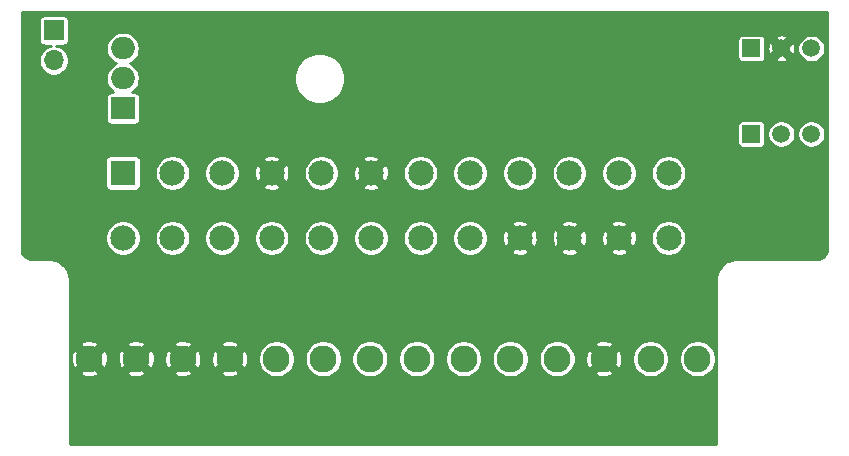
<source format=gbr>
%TF.GenerationSoftware,KiCad,Pcbnew,(5.1.6)-1*%
%TF.CreationDate,2022-09-15T12:09:30-04:00*%
%TF.ProjectId,Amiga-2000-ATX,416d6967-612d-4323-9030-302d4154582e,rev?*%
%TF.SameCoordinates,Original*%
%TF.FileFunction,Copper,L2,Inr*%
%TF.FilePolarity,Positive*%
%FSLAX46Y46*%
G04 Gerber Fmt 4.6, Leading zero omitted, Abs format (unit mm)*
G04 Created by KiCad (PCBNEW (5.1.6)-1) date 2022-09-15 12:09:30*
%MOMM*%
%LPD*%
G01*
G04 APERTURE LIST*
%TA.AperFunction,ViaPad*%
%ADD10C,2.280000*%
%TD*%
%TA.AperFunction,ViaPad*%
%ADD11R,2.150000X2.150000*%
%TD*%
%TA.AperFunction,ViaPad*%
%ADD12C,2.150000*%
%TD*%
%TA.AperFunction,ViaPad*%
%ADD13C,1.500000*%
%TD*%
%TA.AperFunction,ViaPad*%
%ADD14R,1.500000X1.500000*%
%TD*%
%TA.AperFunction,ViaPad*%
%ADD15R,1.700000X1.700000*%
%TD*%
%TA.AperFunction,ViaPad*%
%ADD16O,1.700000X1.700000*%
%TD*%
%TA.AperFunction,ViaPad*%
%ADD17R,2.000000X1.905000*%
%TD*%
%TA.AperFunction,ViaPad*%
%ADD18O,2.000000X1.905000*%
%TD*%
%TA.AperFunction,Conductor*%
%ADD19C,0.254000*%
%TD*%
G04 APERTURE END LIST*
D10*
%TO.N,Net-(J1-Pad14)*%
%TO.C,J1*%
X177546000Y-71865001D03*
%TO.N,/-5V*%
X173586000Y-71865001D03*
%TO.N,/5V*%
X169626000Y-71865001D03*
%TO.N,/-12V*%
X165666000Y-71865001D03*
%TO.N,Net-(J1-Pad10)*%
X161706000Y-71865001D03*
%TO.N,/12V*%
X157746000Y-71865001D03*
%TO.N,/5V*%
X133986000Y-71865001D03*
X137946000Y-71865001D03*
%TO.N,/GND*%
X153786000Y-71865001D03*
X141906000Y-71865001D03*
X149826000Y-71865001D03*
X145866000Y-71865001D03*
%TO.N,/5V*%
X130026000Y-71865001D03*
X126066000Y-71865001D03*
%TD*%
D11*
%TO.N,/3.3V*%
%TO.C,J2*%
X128905000Y-56134000D03*
D12*
X133105000Y-56134000D03*
%TO.N,/GND*%
X137305000Y-56134000D03*
%TO.N,/5V*%
X141505000Y-56134000D03*
%TO.N,/GND*%
X145705000Y-56134000D03*
%TO.N,/5V*%
X149905000Y-56134000D03*
%TO.N,/GND*%
X154105000Y-56134000D03*
%TO.N,/PG*%
X158305000Y-56134000D03*
%TO.N,/5VSB*%
X162505000Y-56134000D03*
%TO.N,/12V*%
X166705000Y-56134000D03*
X170905000Y-56134000D03*
%TO.N,/3.3V*%
X175105000Y-56134000D03*
X128905000Y-61634000D03*
%TO.N,/-12V*%
X133105000Y-61634000D03*
%TO.N,/GND*%
X137305000Y-61634000D03*
%TO.N,/PS-ON*%
X141505000Y-61634000D03*
%TO.N,/GND*%
X145705000Y-61634000D03*
X149905000Y-61634000D03*
X154105000Y-61634000D03*
%TO.N,Net-(J2-Pad20)*%
X158305000Y-61634000D03*
%TO.N,/5V*%
X162505000Y-61634000D03*
X166705000Y-61634000D03*
X170905000Y-61634000D03*
%TO.N,/GND*%
X175105000Y-61634000D03*
%TD*%
D13*
%TO.N,/GND*%
%TO.C,J3*%
X187198000Y-45593000D03*
%TO.N,/5V*%
X184658000Y-45593000D03*
D14*
%TO.N,Net-(J3-Pad1)*%
X182118000Y-45593000D03*
%TD*%
%TO.N,Net-(J4-Pad1)*%
%TO.C,J4*%
X182118000Y-52832000D03*
D13*
%TO.N,/12V*%
X184658000Y-52832000D03*
%TO.N,/GND*%
X187198000Y-52832000D03*
%TD*%
D15*
%TO.N,/GND*%
%TO.C,PWRSW*%
X123063000Y-44069000D03*
D16*
%TO.N,/PS-ON*%
X123063000Y-46609000D03*
%TD*%
D17*
%TO.N,/GND*%
%TO.C,U1*%
X128905000Y-50673000D03*
D18*
%TO.N,/-12V*%
X128905000Y-48133000D03*
%TO.N,/-5V*%
X128905000Y-45593000D03*
%TD*%
D19*
%TO.N,/5V*%
G36*
X188524000Y-62588891D02*
G01*
X188506295Y-62769464D01*
X188460275Y-62921888D01*
X188385523Y-63062476D01*
X188284889Y-63185865D01*
X188162209Y-63287355D01*
X188022151Y-63363084D01*
X187870044Y-63410170D01*
X187690883Y-63429000D01*
X180825795Y-63429000D01*
X180806037Y-63430946D01*
X180798169Y-63430891D01*
X180791888Y-63431507D01*
X180545385Y-63457415D01*
X180505280Y-63465647D01*
X180465012Y-63473329D01*
X180458970Y-63475153D01*
X180222194Y-63548448D01*
X180184391Y-63564339D01*
X180146446Y-63579670D01*
X180140877Y-63582631D01*
X180140872Y-63582633D01*
X180140868Y-63582636D01*
X179922843Y-63700521D01*
X179888889Y-63723423D01*
X179854599Y-63745862D01*
X179849718Y-63749843D01*
X179849710Y-63749849D01*
X179849703Y-63749856D01*
X179658729Y-63907844D01*
X179629864Y-63936910D01*
X179600593Y-63965575D01*
X179596575Y-63970432D01*
X179596569Y-63970438D01*
X179596565Y-63970445D01*
X179439915Y-64162516D01*
X179417239Y-64196646D01*
X179394099Y-64230441D01*
X179391100Y-64235988D01*
X179391097Y-64235992D01*
X179391097Y-64235993D01*
X179274734Y-64454841D01*
X179259117Y-64492731D01*
X179242985Y-64530369D01*
X179241121Y-64536392D01*
X179241118Y-64536399D01*
X179241118Y-64536400D01*
X179169479Y-64773679D01*
X179161518Y-64813883D01*
X179153004Y-64853938D01*
X179152344Y-64860214D01*
X179128157Y-65106893D01*
X179128157Y-65106905D01*
X179126001Y-65128795D01*
X179126000Y-69110204D01*
X179126001Y-69110214D01*
X179126000Y-79050000D01*
X124404000Y-79050000D01*
X124404000Y-73077845D01*
X125239236Y-73077845D01*
X125375362Y-73280037D01*
X125664693Y-73387584D01*
X125969445Y-73436619D01*
X126277908Y-73425258D01*
X126578227Y-73353937D01*
X126756638Y-73280037D01*
X126892764Y-73077845D01*
X129199236Y-73077845D01*
X129335362Y-73280037D01*
X129624693Y-73387584D01*
X129929445Y-73436619D01*
X130237908Y-73425258D01*
X130538227Y-73353937D01*
X130716638Y-73280037D01*
X130852764Y-73077845D01*
X133159236Y-73077845D01*
X133295362Y-73280037D01*
X133584693Y-73387584D01*
X133889445Y-73436619D01*
X134197908Y-73425258D01*
X134498227Y-73353937D01*
X134676638Y-73280037D01*
X134812764Y-73077845D01*
X137119236Y-73077845D01*
X137255362Y-73280037D01*
X137544693Y-73387584D01*
X137849445Y-73436619D01*
X138157908Y-73425258D01*
X138458227Y-73353937D01*
X138636638Y-73280037D01*
X138772764Y-73077845D01*
X137946000Y-72251081D01*
X137119236Y-73077845D01*
X134812764Y-73077845D01*
X133986000Y-72251081D01*
X133159236Y-73077845D01*
X130852764Y-73077845D01*
X130026000Y-72251081D01*
X129199236Y-73077845D01*
X126892764Y-73077845D01*
X126066000Y-72251081D01*
X125239236Y-73077845D01*
X124404000Y-73077845D01*
X124404000Y-71768446D01*
X124494382Y-71768446D01*
X124505743Y-72076909D01*
X124577064Y-72377228D01*
X124650964Y-72555639D01*
X124853156Y-72691765D01*
X125679920Y-71865001D01*
X126452080Y-71865001D01*
X127278844Y-72691765D01*
X127481036Y-72555639D01*
X127588583Y-72266308D01*
X127637618Y-71961556D01*
X127630506Y-71768446D01*
X128454382Y-71768446D01*
X128465743Y-72076909D01*
X128537064Y-72377228D01*
X128610964Y-72555639D01*
X128813156Y-72691765D01*
X129639920Y-71865001D01*
X130412080Y-71865001D01*
X131238844Y-72691765D01*
X131441036Y-72555639D01*
X131548583Y-72266308D01*
X131597618Y-71961556D01*
X131590506Y-71768446D01*
X132414382Y-71768446D01*
X132425743Y-72076909D01*
X132497064Y-72377228D01*
X132570964Y-72555639D01*
X132773156Y-72691765D01*
X133599920Y-71865001D01*
X134372080Y-71865001D01*
X135198844Y-72691765D01*
X135401036Y-72555639D01*
X135508583Y-72266308D01*
X135557618Y-71961556D01*
X135550506Y-71768446D01*
X136374382Y-71768446D01*
X136385743Y-72076909D01*
X136457064Y-72377228D01*
X136530964Y-72555639D01*
X136733156Y-72691765D01*
X137559920Y-71865001D01*
X138332080Y-71865001D01*
X139158844Y-72691765D01*
X139361036Y-72555639D01*
X139468583Y-72266308D01*
X139517618Y-71961556D01*
X139508378Y-71710665D01*
X140339000Y-71710665D01*
X140339000Y-72019337D01*
X140399219Y-72322078D01*
X140517343Y-72607254D01*
X140688832Y-72863905D01*
X140907096Y-73082169D01*
X141163747Y-73253658D01*
X141448923Y-73371782D01*
X141751664Y-73432001D01*
X142060336Y-73432001D01*
X142363077Y-73371782D01*
X142648253Y-73253658D01*
X142904904Y-73082169D01*
X143123168Y-72863905D01*
X143294657Y-72607254D01*
X143412781Y-72322078D01*
X143473000Y-72019337D01*
X143473000Y-71710665D01*
X144299000Y-71710665D01*
X144299000Y-72019337D01*
X144359219Y-72322078D01*
X144477343Y-72607254D01*
X144648832Y-72863905D01*
X144867096Y-73082169D01*
X145123747Y-73253658D01*
X145408923Y-73371782D01*
X145711664Y-73432001D01*
X146020336Y-73432001D01*
X146323077Y-73371782D01*
X146608253Y-73253658D01*
X146864904Y-73082169D01*
X147083168Y-72863905D01*
X147254657Y-72607254D01*
X147372781Y-72322078D01*
X147433000Y-72019337D01*
X147433000Y-71710665D01*
X148259000Y-71710665D01*
X148259000Y-72019337D01*
X148319219Y-72322078D01*
X148437343Y-72607254D01*
X148608832Y-72863905D01*
X148827096Y-73082169D01*
X149083747Y-73253658D01*
X149368923Y-73371782D01*
X149671664Y-73432001D01*
X149980336Y-73432001D01*
X150283077Y-73371782D01*
X150568253Y-73253658D01*
X150824904Y-73082169D01*
X151043168Y-72863905D01*
X151214657Y-72607254D01*
X151332781Y-72322078D01*
X151393000Y-72019337D01*
X151393000Y-71710665D01*
X152219000Y-71710665D01*
X152219000Y-72019337D01*
X152279219Y-72322078D01*
X152397343Y-72607254D01*
X152568832Y-72863905D01*
X152787096Y-73082169D01*
X153043747Y-73253658D01*
X153328923Y-73371782D01*
X153631664Y-73432001D01*
X153940336Y-73432001D01*
X154243077Y-73371782D01*
X154528253Y-73253658D01*
X154784904Y-73082169D01*
X155003168Y-72863905D01*
X155174657Y-72607254D01*
X155292781Y-72322078D01*
X155353000Y-72019337D01*
X155353000Y-71710665D01*
X156179000Y-71710665D01*
X156179000Y-72019337D01*
X156239219Y-72322078D01*
X156357343Y-72607254D01*
X156528832Y-72863905D01*
X156747096Y-73082169D01*
X157003747Y-73253658D01*
X157288923Y-73371782D01*
X157591664Y-73432001D01*
X157900336Y-73432001D01*
X158203077Y-73371782D01*
X158488253Y-73253658D01*
X158744904Y-73082169D01*
X158963168Y-72863905D01*
X159134657Y-72607254D01*
X159252781Y-72322078D01*
X159313000Y-72019337D01*
X159313000Y-71710665D01*
X160139000Y-71710665D01*
X160139000Y-72019337D01*
X160199219Y-72322078D01*
X160317343Y-72607254D01*
X160488832Y-72863905D01*
X160707096Y-73082169D01*
X160963747Y-73253658D01*
X161248923Y-73371782D01*
X161551664Y-73432001D01*
X161860336Y-73432001D01*
X162163077Y-73371782D01*
X162448253Y-73253658D01*
X162704904Y-73082169D01*
X162923168Y-72863905D01*
X163094657Y-72607254D01*
X163212781Y-72322078D01*
X163273000Y-72019337D01*
X163273000Y-71710665D01*
X164099000Y-71710665D01*
X164099000Y-72019337D01*
X164159219Y-72322078D01*
X164277343Y-72607254D01*
X164448832Y-72863905D01*
X164667096Y-73082169D01*
X164923747Y-73253658D01*
X165208923Y-73371782D01*
X165511664Y-73432001D01*
X165820336Y-73432001D01*
X166123077Y-73371782D01*
X166408253Y-73253658D01*
X166664904Y-73082169D01*
X166669228Y-73077845D01*
X168799236Y-73077845D01*
X168935362Y-73280037D01*
X169224693Y-73387584D01*
X169529445Y-73436619D01*
X169837908Y-73425258D01*
X170138227Y-73353937D01*
X170316638Y-73280037D01*
X170452764Y-73077845D01*
X169626000Y-72251081D01*
X168799236Y-73077845D01*
X166669228Y-73077845D01*
X166883168Y-72863905D01*
X167054657Y-72607254D01*
X167172781Y-72322078D01*
X167233000Y-72019337D01*
X167233000Y-71768446D01*
X168054382Y-71768446D01*
X168065743Y-72076909D01*
X168137064Y-72377228D01*
X168210964Y-72555639D01*
X168413156Y-72691765D01*
X169239920Y-71865001D01*
X170012080Y-71865001D01*
X170838844Y-72691765D01*
X171041036Y-72555639D01*
X171148583Y-72266308D01*
X171197618Y-71961556D01*
X171188378Y-71710665D01*
X172019000Y-71710665D01*
X172019000Y-72019337D01*
X172079219Y-72322078D01*
X172197343Y-72607254D01*
X172368832Y-72863905D01*
X172587096Y-73082169D01*
X172843747Y-73253658D01*
X173128923Y-73371782D01*
X173431664Y-73432001D01*
X173740336Y-73432001D01*
X174043077Y-73371782D01*
X174328253Y-73253658D01*
X174584904Y-73082169D01*
X174803168Y-72863905D01*
X174974657Y-72607254D01*
X175092781Y-72322078D01*
X175153000Y-72019337D01*
X175153000Y-71710665D01*
X175979000Y-71710665D01*
X175979000Y-72019337D01*
X176039219Y-72322078D01*
X176157343Y-72607254D01*
X176328832Y-72863905D01*
X176547096Y-73082169D01*
X176803747Y-73253658D01*
X177088923Y-73371782D01*
X177391664Y-73432001D01*
X177700336Y-73432001D01*
X178003077Y-73371782D01*
X178288253Y-73253658D01*
X178544904Y-73082169D01*
X178763168Y-72863905D01*
X178934657Y-72607254D01*
X179052781Y-72322078D01*
X179113000Y-72019337D01*
X179113000Y-71710665D01*
X179052781Y-71407924D01*
X178934657Y-71122748D01*
X178763168Y-70866097D01*
X178544904Y-70647833D01*
X178288253Y-70476344D01*
X178003077Y-70358220D01*
X177700336Y-70298001D01*
X177391664Y-70298001D01*
X177088923Y-70358220D01*
X176803747Y-70476344D01*
X176547096Y-70647833D01*
X176328832Y-70866097D01*
X176157343Y-71122748D01*
X176039219Y-71407924D01*
X175979000Y-71710665D01*
X175153000Y-71710665D01*
X175092781Y-71407924D01*
X174974657Y-71122748D01*
X174803168Y-70866097D01*
X174584904Y-70647833D01*
X174328253Y-70476344D01*
X174043077Y-70358220D01*
X173740336Y-70298001D01*
X173431664Y-70298001D01*
X173128923Y-70358220D01*
X172843747Y-70476344D01*
X172587096Y-70647833D01*
X172368832Y-70866097D01*
X172197343Y-71122748D01*
X172079219Y-71407924D01*
X172019000Y-71710665D01*
X171188378Y-71710665D01*
X171186257Y-71653093D01*
X171114936Y-71352774D01*
X171041036Y-71174363D01*
X170838844Y-71038237D01*
X170012080Y-71865001D01*
X169239920Y-71865001D01*
X168413156Y-71038237D01*
X168210964Y-71174363D01*
X168103417Y-71463694D01*
X168054382Y-71768446D01*
X167233000Y-71768446D01*
X167233000Y-71710665D01*
X167172781Y-71407924D01*
X167054657Y-71122748D01*
X166883168Y-70866097D01*
X166669228Y-70652157D01*
X168799236Y-70652157D01*
X169626000Y-71478921D01*
X170452764Y-70652157D01*
X170316638Y-70449965D01*
X170027307Y-70342418D01*
X169722555Y-70293383D01*
X169414092Y-70304744D01*
X169113773Y-70376065D01*
X168935362Y-70449965D01*
X168799236Y-70652157D01*
X166669228Y-70652157D01*
X166664904Y-70647833D01*
X166408253Y-70476344D01*
X166123077Y-70358220D01*
X165820336Y-70298001D01*
X165511664Y-70298001D01*
X165208923Y-70358220D01*
X164923747Y-70476344D01*
X164667096Y-70647833D01*
X164448832Y-70866097D01*
X164277343Y-71122748D01*
X164159219Y-71407924D01*
X164099000Y-71710665D01*
X163273000Y-71710665D01*
X163212781Y-71407924D01*
X163094657Y-71122748D01*
X162923168Y-70866097D01*
X162704904Y-70647833D01*
X162448253Y-70476344D01*
X162163077Y-70358220D01*
X161860336Y-70298001D01*
X161551664Y-70298001D01*
X161248923Y-70358220D01*
X160963747Y-70476344D01*
X160707096Y-70647833D01*
X160488832Y-70866097D01*
X160317343Y-71122748D01*
X160199219Y-71407924D01*
X160139000Y-71710665D01*
X159313000Y-71710665D01*
X159252781Y-71407924D01*
X159134657Y-71122748D01*
X158963168Y-70866097D01*
X158744904Y-70647833D01*
X158488253Y-70476344D01*
X158203077Y-70358220D01*
X157900336Y-70298001D01*
X157591664Y-70298001D01*
X157288923Y-70358220D01*
X157003747Y-70476344D01*
X156747096Y-70647833D01*
X156528832Y-70866097D01*
X156357343Y-71122748D01*
X156239219Y-71407924D01*
X156179000Y-71710665D01*
X155353000Y-71710665D01*
X155292781Y-71407924D01*
X155174657Y-71122748D01*
X155003168Y-70866097D01*
X154784904Y-70647833D01*
X154528253Y-70476344D01*
X154243077Y-70358220D01*
X153940336Y-70298001D01*
X153631664Y-70298001D01*
X153328923Y-70358220D01*
X153043747Y-70476344D01*
X152787096Y-70647833D01*
X152568832Y-70866097D01*
X152397343Y-71122748D01*
X152279219Y-71407924D01*
X152219000Y-71710665D01*
X151393000Y-71710665D01*
X151332781Y-71407924D01*
X151214657Y-71122748D01*
X151043168Y-70866097D01*
X150824904Y-70647833D01*
X150568253Y-70476344D01*
X150283077Y-70358220D01*
X149980336Y-70298001D01*
X149671664Y-70298001D01*
X149368923Y-70358220D01*
X149083747Y-70476344D01*
X148827096Y-70647833D01*
X148608832Y-70866097D01*
X148437343Y-71122748D01*
X148319219Y-71407924D01*
X148259000Y-71710665D01*
X147433000Y-71710665D01*
X147372781Y-71407924D01*
X147254657Y-71122748D01*
X147083168Y-70866097D01*
X146864904Y-70647833D01*
X146608253Y-70476344D01*
X146323077Y-70358220D01*
X146020336Y-70298001D01*
X145711664Y-70298001D01*
X145408923Y-70358220D01*
X145123747Y-70476344D01*
X144867096Y-70647833D01*
X144648832Y-70866097D01*
X144477343Y-71122748D01*
X144359219Y-71407924D01*
X144299000Y-71710665D01*
X143473000Y-71710665D01*
X143412781Y-71407924D01*
X143294657Y-71122748D01*
X143123168Y-70866097D01*
X142904904Y-70647833D01*
X142648253Y-70476344D01*
X142363077Y-70358220D01*
X142060336Y-70298001D01*
X141751664Y-70298001D01*
X141448923Y-70358220D01*
X141163747Y-70476344D01*
X140907096Y-70647833D01*
X140688832Y-70866097D01*
X140517343Y-71122748D01*
X140399219Y-71407924D01*
X140339000Y-71710665D01*
X139508378Y-71710665D01*
X139506257Y-71653093D01*
X139434936Y-71352774D01*
X139361036Y-71174363D01*
X139158844Y-71038237D01*
X138332080Y-71865001D01*
X137559920Y-71865001D01*
X136733156Y-71038237D01*
X136530964Y-71174363D01*
X136423417Y-71463694D01*
X136374382Y-71768446D01*
X135550506Y-71768446D01*
X135546257Y-71653093D01*
X135474936Y-71352774D01*
X135401036Y-71174363D01*
X135198844Y-71038237D01*
X134372080Y-71865001D01*
X133599920Y-71865001D01*
X132773156Y-71038237D01*
X132570964Y-71174363D01*
X132463417Y-71463694D01*
X132414382Y-71768446D01*
X131590506Y-71768446D01*
X131586257Y-71653093D01*
X131514936Y-71352774D01*
X131441036Y-71174363D01*
X131238844Y-71038237D01*
X130412080Y-71865001D01*
X129639920Y-71865001D01*
X128813156Y-71038237D01*
X128610964Y-71174363D01*
X128503417Y-71463694D01*
X128454382Y-71768446D01*
X127630506Y-71768446D01*
X127626257Y-71653093D01*
X127554936Y-71352774D01*
X127481036Y-71174363D01*
X127278844Y-71038237D01*
X126452080Y-71865001D01*
X125679920Y-71865001D01*
X124853156Y-71038237D01*
X124650964Y-71174363D01*
X124543417Y-71463694D01*
X124494382Y-71768446D01*
X124404000Y-71768446D01*
X124404000Y-70652157D01*
X125239236Y-70652157D01*
X126066000Y-71478921D01*
X126892764Y-70652157D01*
X129199236Y-70652157D01*
X130026000Y-71478921D01*
X130852764Y-70652157D01*
X133159236Y-70652157D01*
X133986000Y-71478921D01*
X134812764Y-70652157D01*
X137119236Y-70652157D01*
X137946000Y-71478921D01*
X138772764Y-70652157D01*
X138636638Y-70449965D01*
X138347307Y-70342418D01*
X138042555Y-70293383D01*
X137734092Y-70304744D01*
X137433773Y-70376065D01*
X137255362Y-70449965D01*
X137119236Y-70652157D01*
X134812764Y-70652157D01*
X134676638Y-70449965D01*
X134387307Y-70342418D01*
X134082555Y-70293383D01*
X133774092Y-70304744D01*
X133473773Y-70376065D01*
X133295362Y-70449965D01*
X133159236Y-70652157D01*
X130852764Y-70652157D01*
X130716638Y-70449965D01*
X130427307Y-70342418D01*
X130122555Y-70293383D01*
X129814092Y-70304744D01*
X129513773Y-70376065D01*
X129335362Y-70449965D01*
X129199236Y-70652157D01*
X126892764Y-70652157D01*
X126756638Y-70449965D01*
X126467307Y-70342418D01*
X126162555Y-70293383D01*
X125854092Y-70304744D01*
X125553773Y-70376065D01*
X125375362Y-70449965D01*
X125239236Y-70652157D01*
X124404000Y-70652157D01*
X124404000Y-65128795D01*
X124402054Y-65109037D01*
X124402109Y-65101169D01*
X124401493Y-65094888D01*
X124375585Y-64848385D01*
X124367353Y-64808280D01*
X124359671Y-64768012D01*
X124357847Y-64761970D01*
X124284552Y-64525194D01*
X124268661Y-64487391D01*
X124253330Y-64449446D01*
X124250367Y-64443873D01*
X124250367Y-64443872D01*
X124250364Y-64443868D01*
X124132479Y-64225843D01*
X124109577Y-64191889D01*
X124087138Y-64157599D01*
X124083157Y-64152718D01*
X124083151Y-64152710D01*
X124083144Y-64152703D01*
X123925156Y-63961729D01*
X123896090Y-63932864D01*
X123867425Y-63903593D01*
X123862568Y-63899575D01*
X123862562Y-63899569D01*
X123862555Y-63899565D01*
X123670484Y-63742915D01*
X123636354Y-63720239D01*
X123602559Y-63697099D01*
X123597012Y-63694100D01*
X123597008Y-63694097D01*
X123597004Y-63694095D01*
X123378159Y-63577734D01*
X123340269Y-63562117D01*
X123302631Y-63545985D01*
X123296608Y-63544121D01*
X123296601Y-63544118D01*
X123296594Y-63544117D01*
X123059321Y-63472479D01*
X123019117Y-63464518D01*
X122979062Y-63456004D01*
X122972788Y-63455344D01*
X122972786Y-63455344D01*
X122726107Y-63431157D01*
X122726105Y-63431157D01*
X122704205Y-63429000D01*
X121180109Y-63429000D01*
X120999536Y-63411295D01*
X120847112Y-63365275D01*
X120706524Y-63290523D01*
X120583135Y-63189889D01*
X120481645Y-63067209D01*
X120405916Y-62927151D01*
X120358830Y-62775044D01*
X120340000Y-62595883D01*
X120340000Y-61486066D01*
X127403000Y-61486066D01*
X127403000Y-61781934D01*
X127460721Y-62072117D01*
X127573944Y-62345464D01*
X127738320Y-62591469D01*
X127947531Y-62800680D01*
X128193536Y-62965056D01*
X128466883Y-63078279D01*
X128757066Y-63136000D01*
X129052934Y-63136000D01*
X129343117Y-63078279D01*
X129616464Y-62965056D01*
X129862469Y-62800680D01*
X130071680Y-62591469D01*
X130236056Y-62345464D01*
X130349279Y-62072117D01*
X130407000Y-61781934D01*
X130407000Y-61486066D01*
X131603000Y-61486066D01*
X131603000Y-61781934D01*
X131660721Y-62072117D01*
X131773944Y-62345464D01*
X131938320Y-62591469D01*
X132147531Y-62800680D01*
X132393536Y-62965056D01*
X132666883Y-63078279D01*
X132957066Y-63136000D01*
X133252934Y-63136000D01*
X133543117Y-63078279D01*
X133816464Y-62965056D01*
X134062469Y-62800680D01*
X134271680Y-62591469D01*
X134436056Y-62345464D01*
X134549279Y-62072117D01*
X134607000Y-61781934D01*
X134607000Y-61486066D01*
X135803000Y-61486066D01*
X135803000Y-61781934D01*
X135860721Y-62072117D01*
X135973944Y-62345464D01*
X136138320Y-62591469D01*
X136347531Y-62800680D01*
X136593536Y-62965056D01*
X136866883Y-63078279D01*
X137157066Y-63136000D01*
X137452934Y-63136000D01*
X137743117Y-63078279D01*
X138016464Y-62965056D01*
X138262469Y-62800680D01*
X138471680Y-62591469D01*
X138636056Y-62345464D01*
X138749279Y-62072117D01*
X138807000Y-61781934D01*
X138807000Y-61486066D01*
X140003000Y-61486066D01*
X140003000Y-61781934D01*
X140060721Y-62072117D01*
X140173944Y-62345464D01*
X140338320Y-62591469D01*
X140547531Y-62800680D01*
X140793536Y-62965056D01*
X141066883Y-63078279D01*
X141357066Y-63136000D01*
X141652934Y-63136000D01*
X141943117Y-63078279D01*
X142216464Y-62965056D01*
X142462469Y-62800680D01*
X142671680Y-62591469D01*
X142836056Y-62345464D01*
X142949279Y-62072117D01*
X143007000Y-61781934D01*
X143007000Y-61486066D01*
X144203000Y-61486066D01*
X144203000Y-61781934D01*
X144260721Y-62072117D01*
X144373944Y-62345464D01*
X144538320Y-62591469D01*
X144747531Y-62800680D01*
X144993536Y-62965056D01*
X145266883Y-63078279D01*
X145557066Y-63136000D01*
X145852934Y-63136000D01*
X146143117Y-63078279D01*
X146416464Y-62965056D01*
X146662469Y-62800680D01*
X146871680Y-62591469D01*
X147036056Y-62345464D01*
X147149279Y-62072117D01*
X147207000Y-61781934D01*
X147207000Y-61486066D01*
X148403000Y-61486066D01*
X148403000Y-61781934D01*
X148460721Y-62072117D01*
X148573944Y-62345464D01*
X148738320Y-62591469D01*
X148947531Y-62800680D01*
X149193536Y-62965056D01*
X149466883Y-63078279D01*
X149757066Y-63136000D01*
X150052934Y-63136000D01*
X150343117Y-63078279D01*
X150616464Y-62965056D01*
X150862469Y-62800680D01*
X151071680Y-62591469D01*
X151236056Y-62345464D01*
X151349279Y-62072117D01*
X151407000Y-61781934D01*
X151407000Y-61486066D01*
X152603000Y-61486066D01*
X152603000Y-61781934D01*
X152660721Y-62072117D01*
X152773944Y-62345464D01*
X152938320Y-62591469D01*
X153147531Y-62800680D01*
X153393536Y-62965056D01*
X153666883Y-63078279D01*
X153957066Y-63136000D01*
X154252934Y-63136000D01*
X154543117Y-63078279D01*
X154816464Y-62965056D01*
X155062469Y-62800680D01*
X155271680Y-62591469D01*
X155436056Y-62345464D01*
X155549279Y-62072117D01*
X155607000Y-61781934D01*
X155607000Y-61486066D01*
X156803000Y-61486066D01*
X156803000Y-61781934D01*
X156860721Y-62072117D01*
X156973944Y-62345464D01*
X157138320Y-62591469D01*
X157347531Y-62800680D01*
X157593536Y-62965056D01*
X157866883Y-63078279D01*
X158157066Y-63136000D01*
X158452934Y-63136000D01*
X158743117Y-63078279D01*
X159016464Y-62965056D01*
X159262469Y-62800680D01*
X159263348Y-62799801D01*
X161725279Y-62799801D01*
X161853370Y-62995347D01*
X162131476Y-63096317D01*
X162423937Y-63141089D01*
X162719514Y-63127946D01*
X163006846Y-63057390D01*
X163156630Y-62995347D01*
X163284721Y-62799801D01*
X165925279Y-62799801D01*
X166053370Y-62995347D01*
X166331476Y-63096317D01*
X166623937Y-63141089D01*
X166919514Y-63127946D01*
X167206846Y-63057390D01*
X167356630Y-62995347D01*
X167484721Y-62799801D01*
X170125279Y-62799801D01*
X170253370Y-62995347D01*
X170531476Y-63096317D01*
X170823937Y-63141089D01*
X171119514Y-63127946D01*
X171406846Y-63057390D01*
X171556630Y-62995347D01*
X171684721Y-62799801D01*
X170905000Y-62020080D01*
X170125279Y-62799801D01*
X167484721Y-62799801D01*
X166705000Y-62020080D01*
X165925279Y-62799801D01*
X163284721Y-62799801D01*
X162505000Y-62020080D01*
X161725279Y-62799801D01*
X159263348Y-62799801D01*
X159471680Y-62591469D01*
X159636056Y-62345464D01*
X159749279Y-62072117D01*
X159807000Y-61781934D01*
X159807000Y-61552937D01*
X160997911Y-61552937D01*
X161011054Y-61848514D01*
X161081610Y-62135846D01*
X161143653Y-62285630D01*
X161339199Y-62413721D01*
X162118920Y-61634000D01*
X162891080Y-61634000D01*
X163670801Y-62413721D01*
X163866347Y-62285630D01*
X163967317Y-62007524D01*
X164012089Y-61715063D01*
X164004880Y-61552937D01*
X165197911Y-61552937D01*
X165211054Y-61848514D01*
X165281610Y-62135846D01*
X165343653Y-62285630D01*
X165539199Y-62413721D01*
X166318920Y-61634000D01*
X167091080Y-61634000D01*
X167870801Y-62413721D01*
X168066347Y-62285630D01*
X168167317Y-62007524D01*
X168212089Y-61715063D01*
X168204880Y-61552937D01*
X169397911Y-61552937D01*
X169411054Y-61848514D01*
X169481610Y-62135846D01*
X169543653Y-62285630D01*
X169739199Y-62413721D01*
X170518920Y-61634000D01*
X171291080Y-61634000D01*
X172070801Y-62413721D01*
X172266347Y-62285630D01*
X172367317Y-62007524D01*
X172412089Y-61715063D01*
X172401907Y-61486066D01*
X173603000Y-61486066D01*
X173603000Y-61781934D01*
X173660721Y-62072117D01*
X173773944Y-62345464D01*
X173938320Y-62591469D01*
X174147531Y-62800680D01*
X174393536Y-62965056D01*
X174666883Y-63078279D01*
X174957066Y-63136000D01*
X175252934Y-63136000D01*
X175543117Y-63078279D01*
X175816464Y-62965056D01*
X176062469Y-62800680D01*
X176271680Y-62591469D01*
X176436056Y-62345464D01*
X176549279Y-62072117D01*
X176607000Y-61781934D01*
X176607000Y-61486066D01*
X176549279Y-61195883D01*
X176436056Y-60922536D01*
X176271680Y-60676531D01*
X176062469Y-60467320D01*
X175816464Y-60302944D01*
X175543117Y-60189721D01*
X175252934Y-60132000D01*
X174957066Y-60132000D01*
X174666883Y-60189721D01*
X174393536Y-60302944D01*
X174147531Y-60467320D01*
X173938320Y-60676531D01*
X173773944Y-60922536D01*
X173660721Y-61195883D01*
X173603000Y-61486066D01*
X172401907Y-61486066D01*
X172398946Y-61419486D01*
X172328390Y-61132154D01*
X172266347Y-60982370D01*
X172070801Y-60854279D01*
X171291080Y-61634000D01*
X170518920Y-61634000D01*
X169739199Y-60854279D01*
X169543653Y-60982370D01*
X169442683Y-61260476D01*
X169397911Y-61552937D01*
X168204880Y-61552937D01*
X168198946Y-61419486D01*
X168128390Y-61132154D01*
X168066347Y-60982370D01*
X167870801Y-60854279D01*
X167091080Y-61634000D01*
X166318920Y-61634000D01*
X165539199Y-60854279D01*
X165343653Y-60982370D01*
X165242683Y-61260476D01*
X165197911Y-61552937D01*
X164004880Y-61552937D01*
X163998946Y-61419486D01*
X163928390Y-61132154D01*
X163866347Y-60982370D01*
X163670801Y-60854279D01*
X162891080Y-61634000D01*
X162118920Y-61634000D01*
X161339199Y-60854279D01*
X161143653Y-60982370D01*
X161042683Y-61260476D01*
X160997911Y-61552937D01*
X159807000Y-61552937D01*
X159807000Y-61486066D01*
X159749279Y-61195883D01*
X159636056Y-60922536D01*
X159471680Y-60676531D01*
X159263348Y-60468199D01*
X161725279Y-60468199D01*
X162505000Y-61247920D01*
X163284721Y-60468199D01*
X165925279Y-60468199D01*
X166705000Y-61247920D01*
X167484721Y-60468199D01*
X170125279Y-60468199D01*
X170905000Y-61247920D01*
X171684721Y-60468199D01*
X171556630Y-60272653D01*
X171278524Y-60171683D01*
X170986063Y-60126911D01*
X170690486Y-60140054D01*
X170403154Y-60210610D01*
X170253370Y-60272653D01*
X170125279Y-60468199D01*
X167484721Y-60468199D01*
X167356630Y-60272653D01*
X167078524Y-60171683D01*
X166786063Y-60126911D01*
X166490486Y-60140054D01*
X166203154Y-60210610D01*
X166053370Y-60272653D01*
X165925279Y-60468199D01*
X163284721Y-60468199D01*
X163156630Y-60272653D01*
X162878524Y-60171683D01*
X162586063Y-60126911D01*
X162290486Y-60140054D01*
X162003154Y-60210610D01*
X161853370Y-60272653D01*
X161725279Y-60468199D01*
X159263348Y-60468199D01*
X159262469Y-60467320D01*
X159016464Y-60302944D01*
X158743117Y-60189721D01*
X158452934Y-60132000D01*
X158157066Y-60132000D01*
X157866883Y-60189721D01*
X157593536Y-60302944D01*
X157347531Y-60467320D01*
X157138320Y-60676531D01*
X156973944Y-60922536D01*
X156860721Y-61195883D01*
X156803000Y-61486066D01*
X155607000Y-61486066D01*
X155549279Y-61195883D01*
X155436056Y-60922536D01*
X155271680Y-60676531D01*
X155062469Y-60467320D01*
X154816464Y-60302944D01*
X154543117Y-60189721D01*
X154252934Y-60132000D01*
X153957066Y-60132000D01*
X153666883Y-60189721D01*
X153393536Y-60302944D01*
X153147531Y-60467320D01*
X152938320Y-60676531D01*
X152773944Y-60922536D01*
X152660721Y-61195883D01*
X152603000Y-61486066D01*
X151407000Y-61486066D01*
X151349279Y-61195883D01*
X151236056Y-60922536D01*
X151071680Y-60676531D01*
X150862469Y-60467320D01*
X150616464Y-60302944D01*
X150343117Y-60189721D01*
X150052934Y-60132000D01*
X149757066Y-60132000D01*
X149466883Y-60189721D01*
X149193536Y-60302944D01*
X148947531Y-60467320D01*
X148738320Y-60676531D01*
X148573944Y-60922536D01*
X148460721Y-61195883D01*
X148403000Y-61486066D01*
X147207000Y-61486066D01*
X147149279Y-61195883D01*
X147036056Y-60922536D01*
X146871680Y-60676531D01*
X146662469Y-60467320D01*
X146416464Y-60302944D01*
X146143117Y-60189721D01*
X145852934Y-60132000D01*
X145557066Y-60132000D01*
X145266883Y-60189721D01*
X144993536Y-60302944D01*
X144747531Y-60467320D01*
X144538320Y-60676531D01*
X144373944Y-60922536D01*
X144260721Y-61195883D01*
X144203000Y-61486066D01*
X143007000Y-61486066D01*
X142949279Y-61195883D01*
X142836056Y-60922536D01*
X142671680Y-60676531D01*
X142462469Y-60467320D01*
X142216464Y-60302944D01*
X141943117Y-60189721D01*
X141652934Y-60132000D01*
X141357066Y-60132000D01*
X141066883Y-60189721D01*
X140793536Y-60302944D01*
X140547531Y-60467320D01*
X140338320Y-60676531D01*
X140173944Y-60922536D01*
X140060721Y-61195883D01*
X140003000Y-61486066D01*
X138807000Y-61486066D01*
X138749279Y-61195883D01*
X138636056Y-60922536D01*
X138471680Y-60676531D01*
X138262469Y-60467320D01*
X138016464Y-60302944D01*
X137743117Y-60189721D01*
X137452934Y-60132000D01*
X137157066Y-60132000D01*
X136866883Y-60189721D01*
X136593536Y-60302944D01*
X136347531Y-60467320D01*
X136138320Y-60676531D01*
X135973944Y-60922536D01*
X135860721Y-61195883D01*
X135803000Y-61486066D01*
X134607000Y-61486066D01*
X134549279Y-61195883D01*
X134436056Y-60922536D01*
X134271680Y-60676531D01*
X134062469Y-60467320D01*
X133816464Y-60302944D01*
X133543117Y-60189721D01*
X133252934Y-60132000D01*
X132957066Y-60132000D01*
X132666883Y-60189721D01*
X132393536Y-60302944D01*
X132147531Y-60467320D01*
X131938320Y-60676531D01*
X131773944Y-60922536D01*
X131660721Y-61195883D01*
X131603000Y-61486066D01*
X130407000Y-61486066D01*
X130349279Y-61195883D01*
X130236056Y-60922536D01*
X130071680Y-60676531D01*
X129862469Y-60467320D01*
X129616464Y-60302944D01*
X129343117Y-60189721D01*
X129052934Y-60132000D01*
X128757066Y-60132000D01*
X128466883Y-60189721D01*
X128193536Y-60302944D01*
X127947531Y-60467320D01*
X127738320Y-60676531D01*
X127573944Y-60922536D01*
X127460721Y-61195883D01*
X127403000Y-61486066D01*
X120340000Y-61486066D01*
X120340000Y-55059000D01*
X127400934Y-55059000D01*
X127400934Y-57209000D01*
X127409178Y-57292707D01*
X127433595Y-57373196D01*
X127473245Y-57447376D01*
X127526605Y-57512395D01*
X127591624Y-57565755D01*
X127665804Y-57605405D01*
X127746293Y-57629822D01*
X127830000Y-57638066D01*
X129980000Y-57638066D01*
X130063707Y-57629822D01*
X130144196Y-57605405D01*
X130218376Y-57565755D01*
X130283395Y-57512395D01*
X130336755Y-57447376D01*
X130376405Y-57373196D01*
X130400822Y-57292707D01*
X130409066Y-57209000D01*
X130409066Y-55986066D01*
X131603000Y-55986066D01*
X131603000Y-56281934D01*
X131660721Y-56572117D01*
X131773944Y-56845464D01*
X131938320Y-57091469D01*
X132147531Y-57300680D01*
X132393536Y-57465056D01*
X132666883Y-57578279D01*
X132957066Y-57636000D01*
X133252934Y-57636000D01*
X133543117Y-57578279D01*
X133816464Y-57465056D01*
X134062469Y-57300680D01*
X134271680Y-57091469D01*
X134436056Y-56845464D01*
X134549279Y-56572117D01*
X134607000Y-56281934D01*
X134607000Y-55986066D01*
X135803000Y-55986066D01*
X135803000Y-56281934D01*
X135860721Y-56572117D01*
X135973944Y-56845464D01*
X136138320Y-57091469D01*
X136347531Y-57300680D01*
X136593536Y-57465056D01*
X136866883Y-57578279D01*
X137157066Y-57636000D01*
X137452934Y-57636000D01*
X137743117Y-57578279D01*
X138016464Y-57465056D01*
X138262469Y-57300680D01*
X138263348Y-57299801D01*
X140725279Y-57299801D01*
X140853370Y-57495347D01*
X141131476Y-57596317D01*
X141423937Y-57641089D01*
X141719514Y-57627946D01*
X142006846Y-57557390D01*
X142156630Y-57495347D01*
X142284721Y-57299801D01*
X141505000Y-56520080D01*
X140725279Y-57299801D01*
X138263348Y-57299801D01*
X138471680Y-57091469D01*
X138636056Y-56845464D01*
X138749279Y-56572117D01*
X138807000Y-56281934D01*
X138807000Y-56052937D01*
X139997911Y-56052937D01*
X140011054Y-56348514D01*
X140081610Y-56635846D01*
X140143653Y-56785630D01*
X140339199Y-56913721D01*
X141118920Y-56134000D01*
X141891080Y-56134000D01*
X142670801Y-56913721D01*
X142866347Y-56785630D01*
X142967317Y-56507524D01*
X143012089Y-56215063D01*
X143001907Y-55986066D01*
X144203000Y-55986066D01*
X144203000Y-56281934D01*
X144260721Y-56572117D01*
X144373944Y-56845464D01*
X144538320Y-57091469D01*
X144747531Y-57300680D01*
X144993536Y-57465056D01*
X145266883Y-57578279D01*
X145557066Y-57636000D01*
X145852934Y-57636000D01*
X146143117Y-57578279D01*
X146416464Y-57465056D01*
X146662469Y-57300680D01*
X146663348Y-57299801D01*
X149125279Y-57299801D01*
X149253370Y-57495347D01*
X149531476Y-57596317D01*
X149823937Y-57641089D01*
X150119514Y-57627946D01*
X150406846Y-57557390D01*
X150556630Y-57495347D01*
X150684721Y-57299801D01*
X149905000Y-56520080D01*
X149125279Y-57299801D01*
X146663348Y-57299801D01*
X146871680Y-57091469D01*
X147036056Y-56845464D01*
X147149279Y-56572117D01*
X147207000Y-56281934D01*
X147207000Y-56052937D01*
X148397911Y-56052937D01*
X148411054Y-56348514D01*
X148481610Y-56635846D01*
X148543653Y-56785630D01*
X148739199Y-56913721D01*
X149518920Y-56134000D01*
X150291080Y-56134000D01*
X151070801Y-56913721D01*
X151266347Y-56785630D01*
X151367317Y-56507524D01*
X151412089Y-56215063D01*
X151401907Y-55986066D01*
X152603000Y-55986066D01*
X152603000Y-56281934D01*
X152660721Y-56572117D01*
X152773944Y-56845464D01*
X152938320Y-57091469D01*
X153147531Y-57300680D01*
X153393536Y-57465056D01*
X153666883Y-57578279D01*
X153957066Y-57636000D01*
X154252934Y-57636000D01*
X154543117Y-57578279D01*
X154816464Y-57465056D01*
X155062469Y-57300680D01*
X155271680Y-57091469D01*
X155436056Y-56845464D01*
X155549279Y-56572117D01*
X155607000Y-56281934D01*
X155607000Y-55986066D01*
X156803000Y-55986066D01*
X156803000Y-56281934D01*
X156860721Y-56572117D01*
X156973944Y-56845464D01*
X157138320Y-57091469D01*
X157347531Y-57300680D01*
X157593536Y-57465056D01*
X157866883Y-57578279D01*
X158157066Y-57636000D01*
X158452934Y-57636000D01*
X158743117Y-57578279D01*
X159016464Y-57465056D01*
X159262469Y-57300680D01*
X159471680Y-57091469D01*
X159636056Y-56845464D01*
X159749279Y-56572117D01*
X159807000Y-56281934D01*
X159807000Y-55986066D01*
X161003000Y-55986066D01*
X161003000Y-56281934D01*
X161060721Y-56572117D01*
X161173944Y-56845464D01*
X161338320Y-57091469D01*
X161547531Y-57300680D01*
X161793536Y-57465056D01*
X162066883Y-57578279D01*
X162357066Y-57636000D01*
X162652934Y-57636000D01*
X162943117Y-57578279D01*
X163216464Y-57465056D01*
X163462469Y-57300680D01*
X163671680Y-57091469D01*
X163836056Y-56845464D01*
X163949279Y-56572117D01*
X164007000Y-56281934D01*
X164007000Y-55986066D01*
X165203000Y-55986066D01*
X165203000Y-56281934D01*
X165260721Y-56572117D01*
X165373944Y-56845464D01*
X165538320Y-57091469D01*
X165747531Y-57300680D01*
X165993536Y-57465056D01*
X166266883Y-57578279D01*
X166557066Y-57636000D01*
X166852934Y-57636000D01*
X167143117Y-57578279D01*
X167416464Y-57465056D01*
X167662469Y-57300680D01*
X167871680Y-57091469D01*
X168036056Y-56845464D01*
X168149279Y-56572117D01*
X168207000Y-56281934D01*
X168207000Y-55986066D01*
X169403000Y-55986066D01*
X169403000Y-56281934D01*
X169460721Y-56572117D01*
X169573944Y-56845464D01*
X169738320Y-57091469D01*
X169947531Y-57300680D01*
X170193536Y-57465056D01*
X170466883Y-57578279D01*
X170757066Y-57636000D01*
X171052934Y-57636000D01*
X171343117Y-57578279D01*
X171616464Y-57465056D01*
X171862469Y-57300680D01*
X172071680Y-57091469D01*
X172236056Y-56845464D01*
X172349279Y-56572117D01*
X172407000Y-56281934D01*
X172407000Y-55986066D01*
X173603000Y-55986066D01*
X173603000Y-56281934D01*
X173660721Y-56572117D01*
X173773944Y-56845464D01*
X173938320Y-57091469D01*
X174147531Y-57300680D01*
X174393536Y-57465056D01*
X174666883Y-57578279D01*
X174957066Y-57636000D01*
X175252934Y-57636000D01*
X175543117Y-57578279D01*
X175816464Y-57465056D01*
X176062469Y-57300680D01*
X176271680Y-57091469D01*
X176436056Y-56845464D01*
X176549279Y-56572117D01*
X176607000Y-56281934D01*
X176607000Y-55986066D01*
X176549279Y-55695883D01*
X176436056Y-55422536D01*
X176271680Y-55176531D01*
X176062469Y-54967320D01*
X175816464Y-54802944D01*
X175543117Y-54689721D01*
X175252934Y-54632000D01*
X174957066Y-54632000D01*
X174666883Y-54689721D01*
X174393536Y-54802944D01*
X174147531Y-54967320D01*
X173938320Y-55176531D01*
X173773944Y-55422536D01*
X173660721Y-55695883D01*
X173603000Y-55986066D01*
X172407000Y-55986066D01*
X172349279Y-55695883D01*
X172236056Y-55422536D01*
X172071680Y-55176531D01*
X171862469Y-54967320D01*
X171616464Y-54802944D01*
X171343117Y-54689721D01*
X171052934Y-54632000D01*
X170757066Y-54632000D01*
X170466883Y-54689721D01*
X170193536Y-54802944D01*
X169947531Y-54967320D01*
X169738320Y-55176531D01*
X169573944Y-55422536D01*
X169460721Y-55695883D01*
X169403000Y-55986066D01*
X168207000Y-55986066D01*
X168149279Y-55695883D01*
X168036056Y-55422536D01*
X167871680Y-55176531D01*
X167662469Y-54967320D01*
X167416464Y-54802944D01*
X167143117Y-54689721D01*
X166852934Y-54632000D01*
X166557066Y-54632000D01*
X166266883Y-54689721D01*
X165993536Y-54802944D01*
X165747531Y-54967320D01*
X165538320Y-55176531D01*
X165373944Y-55422536D01*
X165260721Y-55695883D01*
X165203000Y-55986066D01*
X164007000Y-55986066D01*
X163949279Y-55695883D01*
X163836056Y-55422536D01*
X163671680Y-55176531D01*
X163462469Y-54967320D01*
X163216464Y-54802944D01*
X162943117Y-54689721D01*
X162652934Y-54632000D01*
X162357066Y-54632000D01*
X162066883Y-54689721D01*
X161793536Y-54802944D01*
X161547531Y-54967320D01*
X161338320Y-55176531D01*
X161173944Y-55422536D01*
X161060721Y-55695883D01*
X161003000Y-55986066D01*
X159807000Y-55986066D01*
X159749279Y-55695883D01*
X159636056Y-55422536D01*
X159471680Y-55176531D01*
X159262469Y-54967320D01*
X159016464Y-54802944D01*
X158743117Y-54689721D01*
X158452934Y-54632000D01*
X158157066Y-54632000D01*
X157866883Y-54689721D01*
X157593536Y-54802944D01*
X157347531Y-54967320D01*
X157138320Y-55176531D01*
X156973944Y-55422536D01*
X156860721Y-55695883D01*
X156803000Y-55986066D01*
X155607000Y-55986066D01*
X155549279Y-55695883D01*
X155436056Y-55422536D01*
X155271680Y-55176531D01*
X155062469Y-54967320D01*
X154816464Y-54802944D01*
X154543117Y-54689721D01*
X154252934Y-54632000D01*
X153957066Y-54632000D01*
X153666883Y-54689721D01*
X153393536Y-54802944D01*
X153147531Y-54967320D01*
X152938320Y-55176531D01*
X152773944Y-55422536D01*
X152660721Y-55695883D01*
X152603000Y-55986066D01*
X151401907Y-55986066D01*
X151398946Y-55919486D01*
X151328390Y-55632154D01*
X151266347Y-55482370D01*
X151070801Y-55354279D01*
X150291080Y-56134000D01*
X149518920Y-56134000D01*
X148739199Y-55354279D01*
X148543653Y-55482370D01*
X148442683Y-55760476D01*
X148397911Y-56052937D01*
X147207000Y-56052937D01*
X147207000Y-55986066D01*
X147149279Y-55695883D01*
X147036056Y-55422536D01*
X146871680Y-55176531D01*
X146663348Y-54968199D01*
X149125279Y-54968199D01*
X149905000Y-55747920D01*
X150684721Y-54968199D01*
X150556630Y-54772653D01*
X150278524Y-54671683D01*
X149986063Y-54626911D01*
X149690486Y-54640054D01*
X149403154Y-54710610D01*
X149253370Y-54772653D01*
X149125279Y-54968199D01*
X146663348Y-54968199D01*
X146662469Y-54967320D01*
X146416464Y-54802944D01*
X146143117Y-54689721D01*
X145852934Y-54632000D01*
X145557066Y-54632000D01*
X145266883Y-54689721D01*
X144993536Y-54802944D01*
X144747531Y-54967320D01*
X144538320Y-55176531D01*
X144373944Y-55422536D01*
X144260721Y-55695883D01*
X144203000Y-55986066D01*
X143001907Y-55986066D01*
X142998946Y-55919486D01*
X142928390Y-55632154D01*
X142866347Y-55482370D01*
X142670801Y-55354279D01*
X141891080Y-56134000D01*
X141118920Y-56134000D01*
X140339199Y-55354279D01*
X140143653Y-55482370D01*
X140042683Y-55760476D01*
X139997911Y-56052937D01*
X138807000Y-56052937D01*
X138807000Y-55986066D01*
X138749279Y-55695883D01*
X138636056Y-55422536D01*
X138471680Y-55176531D01*
X138263348Y-54968199D01*
X140725279Y-54968199D01*
X141505000Y-55747920D01*
X142284721Y-54968199D01*
X142156630Y-54772653D01*
X141878524Y-54671683D01*
X141586063Y-54626911D01*
X141290486Y-54640054D01*
X141003154Y-54710610D01*
X140853370Y-54772653D01*
X140725279Y-54968199D01*
X138263348Y-54968199D01*
X138262469Y-54967320D01*
X138016464Y-54802944D01*
X137743117Y-54689721D01*
X137452934Y-54632000D01*
X137157066Y-54632000D01*
X136866883Y-54689721D01*
X136593536Y-54802944D01*
X136347531Y-54967320D01*
X136138320Y-55176531D01*
X135973944Y-55422536D01*
X135860721Y-55695883D01*
X135803000Y-55986066D01*
X134607000Y-55986066D01*
X134549279Y-55695883D01*
X134436056Y-55422536D01*
X134271680Y-55176531D01*
X134062469Y-54967320D01*
X133816464Y-54802944D01*
X133543117Y-54689721D01*
X133252934Y-54632000D01*
X132957066Y-54632000D01*
X132666883Y-54689721D01*
X132393536Y-54802944D01*
X132147531Y-54967320D01*
X131938320Y-55176531D01*
X131773944Y-55422536D01*
X131660721Y-55695883D01*
X131603000Y-55986066D01*
X130409066Y-55986066D01*
X130409066Y-55059000D01*
X130400822Y-54975293D01*
X130376405Y-54894804D01*
X130336755Y-54820624D01*
X130283395Y-54755605D01*
X130218376Y-54702245D01*
X130144196Y-54662595D01*
X130063707Y-54638178D01*
X129980000Y-54629934D01*
X127830000Y-54629934D01*
X127746293Y-54638178D01*
X127665804Y-54662595D01*
X127591624Y-54702245D01*
X127526605Y-54755605D01*
X127473245Y-54820624D01*
X127433595Y-54894804D01*
X127409178Y-54975293D01*
X127400934Y-55059000D01*
X120340000Y-55059000D01*
X120340000Y-52082000D01*
X180938934Y-52082000D01*
X180938934Y-53582000D01*
X180947178Y-53665707D01*
X180971595Y-53746196D01*
X181011245Y-53820376D01*
X181064605Y-53885395D01*
X181129624Y-53938755D01*
X181203804Y-53978405D01*
X181284293Y-54002822D01*
X181368000Y-54011066D01*
X182868000Y-54011066D01*
X182951707Y-54002822D01*
X183032196Y-53978405D01*
X183106376Y-53938755D01*
X183171395Y-53885395D01*
X183224755Y-53820376D01*
X183264405Y-53746196D01*
X183288822Y-53665707D01*
X183297066Y-53582000D01*
X183297066Y-52716076D01*
X183481000Y-52716076D01*
X183481000Y-52947924D01*
X183526231Y-53175318D01*
X183614956Y-53389519D01*
X183743764Y-53582294D01*
X183907706Y-53746236D01*
X184100481Y-53875044D01*
X184314682Y-53963769D01*
X184542076Y-54009000D01*
X184773924Y-54009000D01*
X185001318Y-53963769D01*
X185215519Y-53875044D01*
X185408294Y-53746236D01*
X185572236Y-53582294D01*
X185701044Y-53389519D01*
X185789769Y-53175318D01*
X185835000Y-52947924D01*
X185835000Y-52716076D01*
X186021000Y-52716076D01*
X186021000Y-52947924D01*
X186066231Y-53175318D01*
X186154956Y-53389519D01*
X186283764Y-53582294D01*
X186447706Y-53746236D01*
X186640481Y-53875044D01*
X186854682Y-53963769D01*
X187082076Y-54009000D01*
X187313924Y-54009000D01*
X187541318Y-53963769D01*
X187755519Y-53875044D01*
X187948294Y-53746236D01*
X188112236Y-53582294D01*
X188241044Y-53389519D01*
X188329769Y-53175318D01*
X188375000Y-52947924D01*
X188375000Y-52716076D01*
X188329769Y-52488682D01*
X188241044Y-52274481D01*
X188112236Y-52081706D01*
X187948294Y-51917764D01*
X187755519Y-51788956D01*
X187541318Y-51700231D01*
X187313924Y-51655000D01*
X187082076Y-51655000D01*
X186854682Y-51700231D01*
X186640481Y-51788956D01*
X186447706Y-51917764D01*
X186283764Y-52081706D01*
X186154956Y-52274481D01*
X186066231Y-52488682D01*
X186021000Y-52716076D01*
X185835000Y-52716076D01*
X185789769Y-52488682D01*
X185701044Y-52274481D01*
X185572236Y-52081706D01*
X185408294Y-51917764D01*
X185215519Y-51788956D01*
X185001318Y-51700231D01*
X184773924Y-51655000D01*
X184542076Y-51655000D01*
X184314682Y-51700231D01*
X184100481Y-51788956D01*
X183907706Y-51917764D01*
X183743764Y-52081706D01*
X183614956Y-52274481D01*
X183526231Y-52488682D01*
X183481000Y-52716076D01*
X183297066Y-52716076D01*
X183297066Y-52082000D01*
X183288822Y-51998293D01*
X183264405Y-51917804D01*
X183224755Y-51843624D01*
X183171395Y-51778605D01*
X183106376Y-51725245D01*
X183032196Y-51685595D01*
X182951707Y-51661178D01*
X182868000Y-51652934D01*
X181368000Y-51652934D01*
X181284293Y-51661178D01*
X181203804Y-51685595D01*
X181129624Y-51725245D01*
X181064605Y-51778605D01*
X181011245Y-51843624D01*
X180971595Y-51917804D01*
X180947178Y-51998293D01*
X180938934Y-52082000D01*
X120340000Y-52082000D01*
X120340000Y-43219000D01*
X121783934Y-43219000D01*
X121783934Y-44919000D01*
X121792178Y-45002707D01*
X121816595Y-45083196D01*
X121856245Y-45157376D01*
X121909605Y-45222395D01*
X121974624Y-45275755D01*
X122048804Y-45315405D01*
X122129293Y-45339822D01*
X122213000Y-45348066D01*
X122856456Y-45348066D01*
X122690513Y-45381074D01*
X122458114Y-45477337D01*
X122248960Y-45617089D01*
X122071089Y-45794960D01*
X121931337Y-46004114D01*
X121835074Y-46236513D01*
X121786000Y-46483226D01*
X121786000Y-46734774D01*
X121835074Y-46981487D01*
X121931337Y-47213886D01*
X122071089Y-47423040D01*
X122248960Y-47600911D01*
X122458114Y-47740663D01*
X122690513Y-47836926D01*
X122937226Y-47886000D01*
X123188774Y-47886000D01*
X123435487Y-47836926D01*
X123667886Y-47740663D01*
X123877040Y-47600911D01*
X124054911Y-47423040D01*
X124194663Y-47213886D01*
X124290926Y-46981487D01*
X124340000Y-46734774D01*
X124340000Y-46483226D01*
X124290926Y-46236513D01*
X124194663Y-46004114D01*
X124054911Y-45794960D01*
X123877040Y-45617089D01*
X123840989Y-45593000D01*
X127471326Y-45593000D01*
X127497961Y-45863429D01*
X127576842Y-46123466D01*
X127704938Y-46363117D01*
X127877327Y-46573173D01*
X128087383Y-46745562D01*
X128307094Y-46863000D01*
X128087383Y-46980438D01*
X127877327Y-47152827D01*
X127704938Y-47362883D01*
X127576842Y-47602534D01*
X127497961Y-47862571D01*
X127471326Y-48133000D01*
X127497961Y-48403429D01*
X127576842Y-48663466D01*
X127704938Y-48903117D01*
X127877327Y-49113173D01*
X128087383Y-49285562D01*
X128098369Y-49291434D01*
X127905000Y-49291434D01*
X127821293Y-49299678D01*
X127740804Y-49324095D01*
X127666624Y-49363745D01*
X127601605Y-49417105D01*
X127548245Y-49482124D01*
X127508595Y-49556304D01*
X127484178Y-49636793D01*
X127475934Y-49720500D01*
X127475934Y-51625500D01*
X127484178Y-51709207D01*
X127508595Y-51789696D01*
X127548245Y-51863876D01*
X127601605Y-51928895D01*
X127666624Y-51982255D01*
X127740804Y-52021905D01*
X127821293Y-52046322D01*
X127905000Y-52054566D01*
X129905000Y-52054566D01*
X129988707Y-52046322D01*
X130069196Y-52021905D01*
X130143376Y-51982255D01*
X130208395Y-51928895D01*
X130261755Y-51863876D01*
X130301405Y-51789696D01*
X130325822Y-51709207D01*
X130334066Y-51625500D01*
X130334066Y-49720500D01*
X130325822Y-49636793D01*
X130301405Y-49556304D01*
X130261755Y-49482124D01*
X130208395Y-49417105D01*
X130143376Y-49363745D01*
X130069196Y-49324095D01*
X129988707Y-49299678D01*
X129905000Y-49291434D01*
X129711631Y-49291434D01*
X129722617Y-49285562D01*
X129932673Y-49113173D01*
X130105062Y-48903117D01*
X130233158Y-48663466D01*
X130312039Y-48403429D01*
X130338674Y-48133000D01*
X130317556Y-47918584D01*
X143388000Y-47918584D01*
X143388000Y-48347416D01*
X143471660Y-48768008D01*
X143635767Y-49164196D01*
X143874013Y-49520757D01*
X144177243Y-49823987D01*
X144533804Y-50062233D01*
X144929992Y-50226340D01*
X145350584Y-50310000D01*
X145779416Y-50310000D01*
X146200008Y-50226340D01*
X146596196Y-50062233D01*
X146952757Y-49823987D01*
X147255987Y-49520757D01*
X147494233Y-49164196D01*
X147658340Y-48768008D01*
X147742000Y-48347416D01*
X147742000Y-47918584D01*
X147658340Y-47497992D01*
X147494233Y-47101804D01*
X147255987Y-46745243D01*
X146952757Y-46442013D01*
X146596196Y-46203767D01*
X146200008Y-46039660D01*
X145779416Y-45956000D01*
X145350584Y-45956000D01*
X144929992Y-46039660D01*
X144533804Y-46203767D01*
X144177243Y-46442013D01*
X143874013Y-46745243D01*
X143635767Y-47101804D01*
X143471660Y-47497992D01*
X143388000Y-47918584D01*
X130317556Y-47918584D01*
X130312039Y-47862571D01*
X130233158Y-47602534D01*
X130105062Y-47362883D01*
X129932673Y-47152827D01*
X129722617Y-46980438D01*
X129502906Y-46863000D01*
X129722617Y-46745562D01*
X129932673Y-46573173D01*
X130105062Y-46363117D01*
X130233158Y-46123466D01*
X130312039Y-45863429D01*
X130338674Y-45593000D01*
X130312039Y-45322571D01*
X130233158Y-45062534D01*
X130115815Y-44843000D01*
X180938934Y-44843000D01*
X180938934Y-46343000D01*
X180947178Y-46426707D01*
X180971595Y-46507196D01*
X181011245Y-46581376D01*
X181064605Y-46646395D01*
X181129624Y-46699755D01*
X181203804Y-46739405D01*
X181284293Y-46763822D01*
X181368000Y-46772066D01*
X182868000Y-46772066D01*
X182951707Y-46763822D01*
X183032196Y-46739405D01*
X183106376Y-46699755D01*
X183171395Y-46646395D01*
X183224755Y-46581376D01*
X183256518Y-46521951D01*
X184115129Y-46521951D01*
X184202464Y-46684447D01*
X184424148Y-46752346D01*
X184654819Y-46775692D01*
X184885611Y-46753588D01*
X185107658Y-46686883D01*
X185113536Y-46684447D01*
X185200871Y-46521951D01*
X184658000Y-45979080D01*
X184115129Y-46521951D01*
X183256518Y-46521951D01*
X183264405Y-46507196D01*
X183288822Y-46426707D01*
X183297066Y-46343000D01*
X183297066Y-45589819D01*
X183475308Y-45589819D01*
X183497412Y-45820611D01*
X183564117Y-46042658D01*
X183566553Y-46048536D01*
X183729049Y-46135871D01*
X184271920Y-45593000D01*
X185044080Y-45593000D01*
X185586951Y-46135871D01*
X185749447Y-46048536D01*
X185817346Y-45826852D01*
X185840692Y-45596181D01*
X185829285Y-45477076D01*
X186021000Y-45477076D01*
X186021000Y-45708924D01*
X186066231Y-45936318D01*
X186154956Y-46150519D01*
X186283764Y-46343294D01*
X186447706Y-46507236D01*
X186640481Y-46636044D01*
X186854682Y-46724769D01*
X187082076Y-46770000D01*
X187313924Y-46770000D01*
X187541318Y-46724769D01*
X187755519Y-46636044D01*
X187948294Y-46507236D01*
X188112236Y-46343294D01*
X188241044Y-46150519D01*
X188329769Y-45936318D01*
X188375000Y-45708924D01*
X188375000Y-45477076D01*
X188329769Y-45249682D01*
X188241044Y-45035481D01*
X188112236Y-44842706D01*
X187948294Y-44678764D01*
X187755519Y-44549956D01*
X187541318Y-44461231D01*
X187313924Y-44416000D01*
X187082076Y-44416000D01*
X186854682Y-44461231D01*
X186640481Y-44549956D01*
X186447706Y-44678764D01*
X186283764Y-44842706D01*
X186154956Y-45035481D01*
X186066231Y-45249682D01*
X186021000Y-45477076D01*
X185829285Y-45477076D01*
X185818588Y-45365389D01*
X185751883Y-45143342D01*
X185749447Y-45137464D01*
X185586951Y-45050129D01*
X185044080Y-45593000D01*
X184271920Y-45593000D01*
X183729049Y-45050129D01*
X183566553Y-45137464D01*
X183498654Y-45359148D01*
X183475308Y-45589819D01*
X183297066Y-45589819D01*
X183297066Y-44843000D01*
X183288822Y-44759293D01*
X183264405Y-44678804D01*
X183256519Y-44664049D01*
X184115129Y-44664049D01*
X184658000Y-45206920D01*
X185200871Y-44664049D01*
X185113536Y-44501553D01*
X184891852Y-44433654D01*
X184661181Y-44410308D01*
X184430389Y-44432412D01*
X184208342Y-44499117D01*
X184202464Y-44501553D01*
X184115129Y-44664049D01*
X183256519Y-44664049D01*
X183224755Y-44604624D01*
X183171395Y-44539605D01*
X183106376Y-44486245D01*
X183032196Y-44446595D01*
X182951707Y-44422178D01*
X182868000Y-44413934D01*
X181368000Y-44413934D01*
X181284293Y-44422178D01*
X181203804Y-44446595D01*
X181129624Y-44486245D01*
X181064605Y-44539605D01*
X181011245Y-44604624D01*
X180971595Y-44678804D01*
X180947178Y-44759293D01*
X180938934Y-44843000D01*
X130115815Y-44843000D01*
X130105062Y-44822883D01*
X129932673Y-44612827D01*
X129722617Y-44440438D01*
X129482966Y-44312342D01*
X129222929Y-44233461D01*
X129020262Y-44213500D01*
X128789738Y-44213500D01*
X128587071Y-44233461D01*
X128327034Y-44312342D01*
X128087383Y-44440438D01*
X127877327Y-44612827D01*
X127704938Y-44822883D01*
X127576842Y-45062534D01*
X127497961Y-45322571D01*
X127471326Y-45593000D01*
X123840989Y-45593000D01*
X123667886Y-45477337D01*
X123435487Y-45381074D01*
X123269544Y-45348066D01*
X123913000Y-45348066D01*
X123996707Y-45339822D01*
X124077196Y-45315405D01*
X124151376Y-45275755D01*
X124216395Y-45222395D01*
X124269755Y-45157376D01*
X124309405Y-45083196D01*
X124333822Y-45002707D01*
X124342066Y-44919000D01*
X124342066Y-43219000D01*
X124333822Y-43135293D01*
X124309405Y-43054804D01*
X124269755Y-42980624D01*
X124216395Y-42915605D01*
X124151376Y-42862245D01*
X124077196Y-42822595D01*
X123996707Y-42798178D01*
X123913000Y-42789934D01*
X122213000Y-42789934D01*
X122129293Y-42798178D01*
X122048804Y-42822595D01*
X121974624Y-42862245D01*
X121909605Y-42915605D01*
X121856245Y-42980624D01*
X121816595Y-43054804D01*
X121792178Y-43135293D01*
X121783934Y-43219000D01*
X120340000Y-43219000D01*
X120340000Y-42489000D01*
X188524001Y-42489000D01*
X188524000Y-62588891D01*
G37*
X188524000Y-62588891D02*
X188506295Y-62769464D01*
X188460275Y-62921888D01*
X188385523Y-63062476D01*
X188284889Y-63185865D01*
X188162209Y-63287355D01*
X188022151Y-63363084D01*
X187870044Y-63410170D01*
X187690883Y-63429000D01*
X180825795Y-63429000D01*
X180806037Y-63430946D01*
X180798169Y-63430891D01*
X180791888Y-63431507D01*
X180545385Y-63457415D01*
X180505280Y-63465647D01*
X180465012Y-63473329D01*
X180458970Y-63475153D01*
X180222194Y-63548448D01*
X180184391Y-63564339D01*
X180146446Y-63579670D01*
X180140877Y-63582631D01*
X180140872Y-63582633D01*
X180140868Y-63582636D01*
X179922843Y-63700521D01*
X179888889Y-63723423D01*
X179854599Y-63745862D01*
X179849718Y-63749843D01*
X179849710Y-63749849D01*
X179849703Y-63749856D01*
X179658729Y-63907844D01*
X179629864Y-63936910D01*
X179600593Y-63965575D01*
X179596575Y-63970432D01*
X179596569Y-63970438D01*
X179596565Y-63970445D01*
X179439915Y-64162516D01*
X179417239Y-64196646D01*
X179394099Y-64230441D01*
X179391100Y-64235988D01*
X179391097Y-64235992D01*
X179391097Y-64235993D01*
X179274734Y-64454841D01*
X179259117Y-64492731D01*
X179242985Y-64530369D01*
X179241121Y-64536392D01*
X179241118Y-64536399D01*
X179241118Y-64536400D01*
X179169479Y-64773679D01*
X179161518Y-64813883D01*
X179153004Y-64853938D01*
X179152344Y-64860214D01*
X179128157Y-65106893D01*
X179128157Y-65106905D01*
X179126001Y-65128795D01*
X179126000Y-69110204D01*
X179126001Y-69110214D01*
X179126000Y-79050000D01*
X124404000Y-79050000D01*
X124404000Y-73077845D01*
X125239236Y-73077845D01*
X125375362Y-73280037D01*
X125664693Y-73387584D01*
X125969445Y-73436619D01*
X126277908Y-73425258D01*
X126578227Y-73353937D01*
X126756638Y-73280037D01*
X126892764Y-73077845D01*
X129199236Y-73077845D01*
X129335362Y-73280037D01*
X129624693Y-73387584D01*
X129929445Y-73436619D01*
X130237908Y-73425258D01*
X130538227Y-73353937D01*
X130716638Y-73280037D01*
X130852764Y-73077845D01*
X133159236Y-73077845D01*
X133295362Y-73280037D01*
X133584693Y-73387584D01*
X133889445Y-73436619D01*
X134197908Y-73425258D01*
X134498227Y-73353937D01*
X134676638Y-73280037D01*
X134812764Y-73077845D01*
X137119236Y-73077845D01*
X137255362Y-73280037D01*
X137544693Y-73387584D01*
X137849445Y-73436619D01*
X138157908Y-73425258D01*
X138458227Y-73353937D01*
X138636638Y-73280037D01*
X138772764Y-73077845D01*
X137946000Y-72251081D01*
X137119236Y-73077845D01*
X134812764Y-73077845D01*
X133986000Y-72251081D01*
X133159236Y-73077845D01*
X130852764Y-73077845D01*
X130026000Y-72251081D01*
X129199236Y-73077845D01*
X126892764Y-73077845D01*
X126066000Y-72251081D01*
X125239236Y-73077845D01*
X124404000Y-73077845D01*
X124404000Y-71768446D01*
X124494382Y-71768446D01*
X124505743Y-72076909D01*
X124577064Y-72377228D01*
X124650964Y-72555639D01*
X124853156Y-72691765D01*
X125679920Y-71865001D01*
X126452080Y-71865001D01*
X127278844Y-72691765D01*
X127481036Y-72555639D01*
X127588583Y-72266308D01*
X127637618Y-71961556D01*
X127630506Y-71768446D01*
X128454382Y-71768446D01*
X128465743Y-72076909D01*
X128537064Y-72377228D01*
X128610964Y-72555639D01*
X128813156Y-72691765D01*
X129639920Y-71865001D01*
X130412080Y-71865001D01*
X131238844Y-72691765D01*
X131441036Y-72555639D01*
X131548583Y-72266308D01*
X131597618Y-71961556D01*
X131590506Y-71768446D01*
X132414382Y-71768446D01*
X132425743Y-72076909D01*
X132497064Y-72377228D01*
X132570964Y-72555639D01*
X132773156Y-72691765D01*
X133599920Y-71865001D01*
X134372080Y-71865001D01*
X135198844Y-72691765D01*
X135401036Y-72555639D01*
X135508583Y-72266308D01*
X135557618Y-71961556D01*
X135550506Y-71768446D01*
X136374382Y-71768446D01*
X136385743Y-72076909D01*
X136457064Y-72377228D01*
X136530964Y-72555639D01*
X136733156Y-72691765D01*
X137559920Y-71865001D01*
X138332080Y-71865001D01*
X139158844Y-72691765D01*
X139361036Y-72555639D01*
X139468583Y-72266308D01*
X139517618Y-71961556D01*
X139508378Y-71710665D01*
X140339000Y-71710665D01*
X140339000Y-72019337D01*
X140399219Y-72322078D01*
X140517343Y-72607254D01*
X140688832Y-72863905D01*
X140907096Y-73082169D01*
X141163747Y-73253658D01*
X141448923Y-73371782D01*
X141751664Y-73432001D01*
X142060336Y-73432001D01*
X142363077Y-73371782D01*
X142648253Y-73253658D01*
X142904904Y-73082169D01*
X143123168Y-72863905D01*
X143294657Y-72607254D01*
X143412781Y-72322078D01*
X143473000Y-72019337D01*
X143473000Y-71710665D01*
X144299000Y-71710665D01*
X144299000Y-72019337D01*
X144359219Y-72322078D01*
X144477343Y-72607254D01*
X144648832Y-72863905D01*
X144867096Y-73082169D01*
X145123747Y-73253658D01*
X145408923Y-73371782D01*
X145711664Y-73432001D01*
X146020336Y-73432001D01*
X146323077Y-73371782D01*
X146608253Y-73253658D01*
X146864904Y-73082169D01*
X147083168Y-72863905D01*
X147254657Y-72607254D01*
X147372781Y-72322078D01*
X147433000Y-72019337D01*
X147433000Y-71710665D01*
X148259000Y-71710665D01*
X148259000Y-72019337D01*
X148319219Y-72322078D01*
X148437343Y-72607254D01*
X148608832Y-72863905D01*
X148827096Y-73082169D01*
X149083747Y-73253658D01*
X149368923Y-73371782D01*
X149671664Y-73432001D01*
X149980336Y-73432001D01*
X150283077Y-73371782D01*
X150568253Y-73253658D01*
X150824904Y-73082169D01*
X151043168Y-72863905D01*
X151214657Y-72607254D01*
X151332781Y-72322078D01*
X151393000Y-72019337D01*
X151393000Y-71710665D01*
X152219000Y-71710665D01*
X152219000Y-72019337D01*
X152279219Y-72322078D01*
X152397343Y-72607254D01*
X152568832Y-72863905D01*
X152787096Y-73082169D01*
X153043747Y-73253658D01*
X153328923Y-73371782D01*
X153631664Y-73432001D01*
X153940336Y-73432001D01*
X154243077Y-73371782D01*
X154528253Y-73253658D01*
X154784904Y-73082169D01*
X155003168Y-72863905D01*
X155174657Y-72607254D01*
X155292781Y-72322078D01*
X155353000Y-72019337D01*
X155353000Y-71710665D01*
X156179000Y-71710665D01*
X156179000Y-72019337D01*
X156239219Y-72322078D01*
X156357343Y-72607254D01*
X156528832Y-72863905D01*
X156747096Y-73082169D01*
X157003747Y-73253658D01*
X157288923Y-73371782D01*
X157591664Y-73432001D01*
X157900336Y-73432001D01*
X158203077Y-73371782D01*
X158488253Y-73253658D01*
X158744904Y-73082169D01*
X158963168Y-72863905D01*
X159134657Y-72607254D01*
X159252781Y-72322078D01*
X159313000Y-72019337D01*
X159313000Y-71710665D01*
X160139000Y-71710665D01*
X160139000Y-72019337D01*
X160199219Y-72322078D01*
X160317343Y-72607254D01*
X160488832Y-72863905D01*
X160707096Y-73082169D01*
X160963747Y-73253658D01*
X161248923Y-73371782D01*
X161551664Y-73432001D01*
X161860336Y-73432001D01*
X162163077Y-73371782D01*
X162448253Y-73253658D01*
X162704904Y-73082169D01*
X162923168Y-72863905D01*
X163094657Y-72607254D01*
X163212781Y-72322078D01*
X163273000Y-72019337D01*
X163273000Y-71710665D01*
X164099000Y-71710665D01*
X164099000Y-72019337D01*
X164159219Y-72322078D01*
X164277343Y-72607254D01*
X164448832Y-72863905D01*
X164667096Y-73082169D01*
X164923747Y-73253658D01*
X165208923Y-73371782D01*
X165511664Y-73432001D01*
X165820336Y-73432001D01*
X166123077Y-73371782D01*
X166408253Y-73253658D01*
X166664904Y-73082169D01*
X166669228Y-73077845D01*
X168799236Y-73077845D01*
X168935362Y-73280037D01*
X169224693Y-73387584D01*
X169529445Y-73436619D01*
X169837908Y-73425258D01*
X170138227Y-73353937D01*
X170316638Y-73280037D01*
X170452764Y-73077845D01*
X169626000Y-72251081D01*
X168799236Y-73077845D01*
X166669228Y-73077845D01*
X166883168Y-72863905D01*
X167054657Y-72607254D01*
X167172781Y-72322078D01*
X167233000Y-72019337D01*
X167233000Y-71768446D01*
X168054382Y-71768446D01*
X168065743Y-72076909D01*
X168137064Y-72377228D01*
X168210964Y-72555639D01*
X168413156Y-72691765D01*
X169239920Y-71865001D01*
X170012080Y-71865001D01*
X170838844Y-72691765D01*
X171041036Y-72555639D01*
X171148583Y-72266308D01*
X171197618Y-71961556D01*
X171188378Y-71710665D01*
X172019000Y-71710665D01*
X172019000Y-72019337D01*
X172079219Y-72322078D01*
X172197343Y-72607254D01*
X172368832Y-72863905D01*
X172587096Y-73082169D01*
X172843747Y-73253658D01*
X173128923Y-73371782D01*
X173431664Y-73432001D01*
X173740336Y-73432001D01*
X174043077Y-73371782D01*
X174328253Y-73253658D01*
X174584904Y-73082169D01*
X174803168Y-72863905D01*
X174974657Y-72607254D01*
X175092781Y-72322078D01*
X175153000Y-72019337D01*
X175153000Y-71710665D01*
X175979000Y-71710665D01*
X175979000Y-72019337D01*
X176039219Y-72322078D01*
X176157343Y-72607254D01*
X176328832Y-72863905D01*
X176547096Y-73082169D01*
X176803747Y-73253658D01*
X177088923Y-73371782D01*
X177391664Y-73432001D01*
X177700336Y-73432001D01*
X178003077Y-73371782D01*
X178288253Y-73253658D01*
X178544904Y-73082169D01*
X178763168Y-72863905D01*
X178934657Y-72607254D01*
X179052781Y-72322078D01*
X179113000Y-72019337D01*
X179113000Y-71710665D01*
X179052781Y-71407924D01*
X178934657Y-71122748D01*
X178763168Y-70866097D01*
X178544904Y-70647833D01*
X178288253Y-70476344D01*
X178003077Y-70358220D01*
X177700336Y-70298001D01*
X177391664Y-70298001D01*
X177088923Y-70358220D01*
X176803747Y-70476344D01*
X176547096Y-70647833D01*
X176328832Y-70866097D01*
X176157343Y-71122748D01*
X176039219Y-71407924D01*
X175979000Y-71710665D01*
X175153000Y-71710665D01*
X175092781Y-71407924D01*
X174974657Y-71122748D01*
X174803168Y-70866097D01*
X174584904Y-70647833D01*
X174328253Y-70476344D01*
X174043077Y-70358220D01*
X173740336Y-70298001D01*
X173431664Y-70298001D01*
X173128923Y-70358220D01*
X172843747Y-70476344D01*
X172587096Y-70647833D01*
X172368832Y-70866097D01*
X172197343Y-71122748D01*
X172079219Y-71407924D01*
X172019000Y-71710665D01*
X171188378Y-71710665D01*
X171186257Y-71653093D01*
X171114936Y-71352774D01*
X171041036Y-71174363D01*
X170838844Y-71038237D01*
X170012080Y-71865001D01*
X169239920Y-71865001D01*
X168413156Y-71038237D01*
X168210964Y-71174363D01*
X168103417Y-71463694D01*
X168054382Y-71768446D01*
X167233000Y-71768446D01*
X167233000Y-71710665D01*
X167172781Y-71407924D01*
X167054657Y-71122748D01*
X166883168Y-70866097D01*
X166669228Y-70652157D01*
X168799236Y-70652157D01*
X169626000Y-71478921D01*
X170452764Y-70652157D01*
X170316638Y-70449965D01*
X170027307Y-70342418D01*
X169722555Y-70293383D01*
X169414092Y-70304744D01*
X169113773Y-70376065D01*
X168935362Y-70449965D01*
X168799236Y-70652157D01*
X166669228Y-70652157D01*
X166664904Y-70647833D01*
X166408253Y-70476344D01*
X166123077Y-70358220D01*
X165820336Y-70298001D01*
X165511664Y-70298001D01*
X165208923Y-70358220D01*
X164923747Y-70476344D01*
X164667096Y-70647833D01*
X164448832Y-70866097D01*
X164277343Y-71122748D01*
X164159219Y-71407924D01*
X164099000Y-71710665D01*
X163273000Y-71710665D01*
X163212781Y-71407924D01*
X163094657Y-71122748D01*
X162923168Y-70866097D01*
X162704904Y-70647833D01*
X162448253Y-70476344D01*
X162163077Y-70358220D01*
X161860336Y-70298001D01*
X161551664Y-70298001D01*
X161248923Y-70358220D01*
X160963747Y-70476344D01*
X160707096Y-70647833D01*
X160488832Y-70866097D01*
X160317343Y-71122748D01*
X160199219Y-71407924D01*
X160139000Y-71710665D01*
X159313000Y-71710665D01*
X159252781Y-71407924D01*
X159134657Y-71122748D01*
X158963168Y-70866097D01*
X158744904Y-70647833D01*
X158488253Y-70476344D01*
X158203077Y-70358220D01*
X157900336Y-70298001D01*
X157591664Y-70298001D01*
X157288923Y-70358220D01*
X157003747Y-70476344D01*
X156747096Y-70647833D01*
X156528832Y-70866097D01*
X156357343Y-71122748D01*
X156239219Y-71407924D01*
X156179000Y-71710665D01*
X155353000Y-71710665D01*
X155292781Y-71407924D01*
X155174657Y-71122748D01*
X155003168Y-70866097D01*
X154784904Y-70647833D01*
X154528253Y-70476344D01*
X154243077Y-70358220D01*
X153940336Y-70298001D01*
X153631664Y-70298001D01*
X153328923Y-70358220D01*
X153043747Y-70476344D01*
X152787096Y-70647833D01*
X152568832Y-70866097D01*
X152397343Y-71122748D01*
X152279219Y-71407924D01*
X152219000Y-71710665D01*
X151393000Y-71710665D01*
X151332781Y-71407924D01*
X151214657Y-71122748D01*
X151043168Y-70866097D01*
X150824904Y-70647833D01*
X150568253Y-70476344D01*
X150283077Y-70358220D01*
X149980336Y-70298001D01*
X149671664Y-70298001D01*
X149368923Y-70358220D01*
X149083747Y-70476344D01*
X148827096Y-70647833D01*
X148608832Y-70866097D01*
X148437343Y-71122748D01*
X148319219Y-71407924D01*
X148259000Y-71710665D01*
X147433000Y-71710665D01*
X147372781Y-71407924D01*
X147254657Y-71122748D01*
X147083168Y-70866097D01*
X146864904Y-70647833D01*
X146608253Y-70476344D01*
X146323077Y-70358220D01*
X146020336Y-70298001D01*
X145711664Y-70298001D01*
X145408923Y-70358220D01*
X145123747Y-70476344D01*
X144867096Y-70647833D01*
X144648832Y-70866097D01*
X144477343Y-71122748D01*
X144359219Y-71407924D01*
X144299000Y-71710665D01*
X143473000Y-71710665D01*
X143412781Y-71407924D01*
X143294657Y-71122748D01*
X143123168Y-70866097D01*
X142904904Y-70647833D01*
X142648253Y-70476344D01*
X142363077Y-70358220D01*
X142060336Y-70298001D01*
X141751664Y-70298001D01*
X141448923Y-70358220D01*
X141163747Y-70476344D01*
X140907096Y-70647833D01*
X140688832Y-70866097D01*
X140517343Y-71122748D01*
X140399219Y-71407924D01*
X140339000Y-71710665D01*
X139508378Y-71710665D01*
X139506257Y-71653093D01*
X139434936Y-71352774D01*
X139361036Y-71174363D01*
X139158844Y-71038237D01*
X138332080Y-71865001D01*
X137559920Y-71865001D01*
X136733156Y-71038237D01*
X136530964Y-71174363D01*
X136423417Y-71463694D01*
X136374382Y-71768446D01*
X135550506Y-71768446D01*
X135546257Y-71653093D01*
X135474936Y-71352774D01*
X135401036Y-71174363D01*
X135198844Y-71038237D01*
X134372080Y-71865001D01*
X133599920Y-71865001D01*
X132773156Y-71038237D01*
X132570964Y-71174363D01*
X132463417Y-71463694D01*
X132414382Y-71768446D01*
X131590506Y-71768446D01*
X131586257Y-71653093D01*
X131514936Y-71352774D01*
X131441036Y-71174363D01*
X131238844Y-71038237D01*
X130412080Y-71865001D01*
X129639920Y-71865001D01*
X128813156Y-71038237D01*
X128610964Y-71174363D01*
X128503417Y-71463694D01*
X128454382Y-71768446D01*
X127630506Y-71768446D01*
X127626257Y-71653093D01*
X127554936Y-71352774D01*
X127481036Y-71174363D01*
X127278844Y-71038237D01*
X126452080Y-71865001D01*
X125679920Y-71865001D01*
X124853156Y-71038237D01*
X124650964Y-71174363D01*
X124543417Y-71463694D01*
X124494382Y-71768446D01*
X124404000Y-71768446D01*
X124404000Y-70652157D01*
X125239236Y-70652157D01*
X126066000Y-71478921D01*
X126892764Y-70652157D01*
X129199236Y-70652157D01*
X130026000Y-71478921D01*
X130852764Y-70652157D01*
X133159236Y-70652157D01*
X133986000Y-71478921D01*
X134812764Y-70652157D01*
X137119236Y-70652157D01*
X137946000Y-71478921D01*
X138772764Y-70652157D01*
X138636638Y-70449965D01*
X138347307Y-70342418D01*
X138042555Y-70293383D01*
X137734092Y-70304744D01*
X137433773Y-70376065D01*
X137255362Y-70449965D01*
X137119236Y-70652157D01*
X134812764Y-70652157D01*
X134676638Y-70449965D01*
X134387307Y-70342418D01*
X134082555Y-70293383D01*
X133774092Y-70304744D01*
X133473773Y-70376065D01*
X133295362Y-70449965D01*
X133159236Y-70652157D01*
X130852764Y-70652157D01*
X130716638Y-70449965D01*
X130427307Y-70342418D01*
X130122555Y-70293383D01*
X129814092Y-70304744D01*
X129513773Y-70376065D01*
X129335362Y-70449965D01*
X129199236Y-70652157D01*
X126892764Y-70652157D01*
X126756638Y-70449965D01*
X126467307Y-70342418D01*
X126162555Y-70293383D01*
X125854092Y-70304744D01*
X125553773Y-70376065D01*
X125375362Y-70449965D01*
X125239236Y-70652157D01*
X124404000Y-70652157D01*
X124404000Y-65128795D01*
X124402054Y-65109037D01*
X124402109Y-65101169D01*
X124401493Y-65094888D01*
X124375585Y-64848385D01*
X124367353Y-64808280D01*
X124359671Y-64768012D01*
X124357847Y-64761970D01*
X124284552Y-64525194D01*
X124268661Y-64487391D01*
X124253330Y-64449446D01*
X124250367Y-64443873D01*
X124250367Y-64443872D01*
X124250364Y-64443868D01*
X124132479Y-64225843D01*
X124109577Y-64191889D01*
X124087138Y-64157599D01*
X124083157Y-64152718D01*
X124083151Y-64152710D01*
X124083144Y-64152703D01*
X123925156Y-63961729D01*
X123896090Y-63932864D01*
X123867425Y-63903593D01*
X123862568Y-63899575D01*
X123862562Y-63899569D01*
X123862555Y-63899565D01*
X123670484Y-63742915D01*
X123636354Y-63720239D01*
X123602559Y-63697099D01*
X123597012Y-63694100D01*
X123597008Y-63694097D01*
X123597004Y-63694095D01*
X123378159Y-63577734D01*
X123340269Y-63562117D01*
X123302631Y-63545985D01*
X123296608Y-63544121D01*
X123296601Y-63544118D01*
X123296594Y-63544117D01*
X123059321Y-63472479D01*
X123019117Y-63464518D01*
X122979062Y-63456004D01*
X122972788Y-63455344D01*
X122972786Y-63455344D01*
X122726107Y-63431157D01*
X122726105Y-63431157D01*
X122704205Y-63429000D01*
X121180109Y-63429000D01*
X120999536Y-63411295D01*
X120847112Y-63365275D01*
X120706524Y-63290523D01*
X120583135Y-63189889D01*
X120481645Y-63067209D01*
X120405916Y-62927151D01*
X120358830Y-62775044D01*
X120340000Y-62595883D01*
X120340000Y-61486066D01*
X127403000Y-61486066D01*
X127403000Y-61781934D01*
X127460721Y-62072117D01*
X127573944Y-62345464D01*
X127738320Y-62591469D01*
X127947531Y-62800680D01*
X128193536Y-62965056D01*
X128466883Y-63078279D01*
X128757066Y-63136000D01*
X129052934Y-63136000D01*
X129343117Y-63078279D01*
X129616464Y-62965056D01*
X129862469Y-62800680D01*
X130071680Y-62591469D01*
X130236056Y-62345464D01*
X130349279Y-62072117D01*
X130407000Y-61781934D01*
X130407000Y-61486066D01*
X131603000Y-61486066D01*
X131603000Y-61781934D01*
X131660721Y-62072117D01*
X131773944Y-62345464D01*
X131938320Y-62591469D01*
X132147531Y-62800680D01*
X132393536Y-62965056D01*
X132666883Y-63078279D01*
X132957066Y-63136000D01*
X133252934Y-63136000D01*
X133543117Y-63078279D01*
X133816464Y-62965056D01*
X134062469Y-62800680D01*
X134271680Y-62591469D01*
X134436056Y-62345464D01*
X134549279Y-62072117D01*
X134607000Y-61781934D01*
X134607000Y-61486066D01*
X135803000Y-61486066D01*
X135803000Y-61781934D01*
X135860721Y-62072117D01*
X135973944Y-62345464D01*
X136138320Y-62591469D01*
X136347531Y-62800680D01*
X136593536Y-62965056D01*
X136866883Y-63078279D01*
X137157066Y-63136000D01*
X137452934Y-63136000D01*
X137743117Y-63078279D01*
X138016464Y-62965056D01*
X138262469Y-62800680D01*
X138471680Y-62591469D01*
X138636056Y-62345464D01*
X138749279Y-62072117D01*
X138807000Y-61781934D01*
X138807000Y-61486066D01*
X140003000Y-61486066D01*
X140003000Y-61781934D01*
X140060721Y-62072117D01*
X140173944Y-62345464D01*
X140338320Y-62591469D01*
X140547531Y-62800680D01*
X140793536Y-62965056D01*
X141066883Y-63078279D01*
X141357066Y-63136000D01*
X141652934Y-63136000D01*
X141943117Y-63078279D01*
X142216464Y-62965056D01*
X142462469Y-62800680D01*
X142671680Y-62591469D01*
X142836056Y-62345464D01*
X142949279Y-62072117D01*
X143007000Y-61781934D01*
X143007000Y-61486066D01*
X144203000Y-61486066D01*
X144203000Y-61781934D01*
X144260721Y-62072117D01*
X144373944Y-62345464D01*
X144538320Y-62591469D01*
X144747531Y-62800680D01*
X144993536Y-62965056D01*
X145266883Y-63078279D01*
X145557066Y-63136000D01*
X145852934Y-63136000D01*
X146143117Y-63078279D01*
X146416464Y-62965056D01*
X146662469Y-62800680D01*
X146871680Y-62591469D01*
X147036056Y-62345464D01*
X147149279Y-62072117D01*
X147207000Y-61781934D01*
X147207000Y-61486066D01*
X148403000Y-61486066D01*
X148403000Y-61781934D01*
X148460721Y-62072117D01*
X148573944Y-62345464D01*
X148738320Y-62591469D01*
X148947531Y-62800680D01*
X149193536Y-62965056D01*
X149466883Y-63078279D01*
X149757066Y-63136000D01*
X150052934Y-63136000D01*
X150343117Y-63078279D01*
X150616464Y-62965056D01*
X150862469Y-62800680D01*
X151071680Y-62591469D01*
X151236056Y-62345464D01*
X151349279Y-62072117D01*
X151407000Y-61781934D01*
X151407000Y-61486066D01*
X152603000Y-61486066D01*
X152603000Y-61781934D01*
X152660721Y-62072117D01*
X152773944Y-62345464D01*
X152938320Y-62591469D01*
X153147531Y-62800680D01*
X153393536Y-62965056D01*
X153666883Y-63078279D01*
X153957066Y-63136000D01*
X154252934Y-63136000D01*
X154543117Y-63078279D01*
X154816464Y-62965056D01*
X155062469Y-62800680D01*
X155271680Y-62591469D01*
X155436056Y-62345464D01*
X155549279Y-62072117D01*
X155607000Y-61781934D01*
X155607000Y-61486066D01*
X156803000Y-61486066D01*
X156803000Y-61781934D01*
X156860721Y-62072117D01*
X156973944Y-62345464D01*
X157138320Y-62591469D01*
X157347531Y-62800680D01*
X157593536Y-62965056D01*
X157866883Y-63078279D01*
X158157066Y-63136000D01*
X158452934Y-63136000D01*
X158743117Y-63078279D01*
X159016464Y-62965056D01*
X159262469Y-62800680D01*
X159263348Y-62799801D01*
X161725279Y-62799801D01*
X161853370Y-62995347D01*
X162131476Y-63096317D01*
X162423937Y-63141089D01*
X162719514Y-63127946D01*
X163006846Y-63057390D01*
X163156630Y-62995347D01*
X163284721Y-62799801D01*
X165925279Y-62799801D01*
X166053370Y-62995347D01*
X166331476Y-63096317D01*
X166623937Y-63141089D01*
X166919514Y-63127946D01*
X167206846Y-63057390D01*
X167356630Y-62995347D01*
X167484721Y-62799801D01*
X170125279Y-62799801D01*
X170253370Y-62995347D01*
X170531476Y-63096317D01*
X170823937Y-63141089D01*
X171119514Y-63127946D01*
X171406846Y-63057390D01*
X171556630Y-62995347D01*
X171684721Y-62799801D01*
X170905000Y-62020080D01*
X170125279Y-62799801D01*
X167484721Y-62799801D01*
X166705000Y-62020080D01*
X165925279Y-62799801D01*
X163284721Y-62799801D01*
X162505000Y-62020080D01*
X161725279Y-62799801D01*
X159263348Y-62799801D01*
X159471680Y-62591469D01*
X159636056Y-62345464D01*
X159749279Y-62072117D01*
X159807000Y-61781934D01*
X159807000Y-61552937D01*
X160997911Y-61552937D01*
X161011054Y-61848514D01*
X161081610Y-62135846D01*
X161143653Y-62285630D01*
X161339199Y-62413721D01*
X162118920Y-61634000D01*
X162891080Y-61634000D01*
X163670801Y-62413721D01*
X163866347Y-62285630D01*
X163967317Y-62007524D01*
X164012089Y-61715063D01*
X164004880Y-61552937D01*
X165197911Y-61552937D01*
X165211054Y-61848514D01*
X165281610Y-62135846D01*
X165343653Y-62285630D01*
X165539199Y-62413721D01*
X166318920Y-61634000D01*
X167091080Y-61634000D01*
X167870801Y-62413721D01*
X168066347Y-62285630D01*
X168167317Y-62007524D01*
X168212089Y-61715063D01*
X168204880Y-61552937D01*
X169397911Y-61552937D01*
X169411054Y-61848514D01*
X169481610Y-62135846D01*
X169543653Y-62285630D01*
X169739199Y-62413721D01*
X170518920Y-61634000D01*
X171291080Y-61634000D01*
X172070801Y-62413721D01*
X172266347Y-62285630D01*
X172367317Y-62007524D01*
X172412089Y-61715063D01*
X172401907Y-61486066D01*
X173603000Y-61486066D01*
X173603000Y-61781934D01*
X173660721Y-62072117D01*
X173773944Y-62345464D01*
X173938320Y-62591469D01*
X174147531Y-62800680D01*
X174393536Y-62965056D01*
X174666883Y-63078279D01*
X174957066Y-63136000D01*
X175252934Y-63136000D01*
X175543117Y-63078279D01*
X175816464Y-62965056D01*
X176062469Y-62800680D01*
X176271680Y-62591469D01*
X176436056Y-62345464D01*
X176549279Y-62072117D01*
X176607000Y-61781934D01*
X176607000Y-61486066D01*
X176549279Y-61195883D01*
X176436056Y-60922536D01*
X176271680Y-60676531D01*
X176062469Y-60467320D01*
X175816464Y-60302944D01*
X175543117Y-60189721D01*
X175252934Y-60132000D01*
X174957066Y-60132000D01*
X174666883Y-60189721D01*
X174393536Y-60302944D01*
X174147531Y-60467320D01*
X173938320Y-60676531D01*
X173773944Y-60922536D01*
X173660721Y-61195883D01*
X173603000Y-61486066D01*
X172401907Y-61486066D01*
X172398946Y-61419486D01*
X172328390Y-61132154D01*
X172266347Y-60982370D01*
X172070801Y-60854279D01*
X171291080Y-61634000D01*
X170518920Y-61634000D01*
X169739199Y-60854279D01*
X169543653Y-60982370D01*
X169442683Y-61260476D01*
X169397911Y-61552937D01*
X168204880Y-61552937D01*
X168198946Y-61419486D01*
X168128390Y-61132154D01*
X168066347Y-60982370D01*
X167870801Y-60854279D01*
X167091080Y-61634000D01*
X166318920Y-61634000D01*
X165539199Y-60854279D01*
X165343653Y-60982370D01*
X165242683Y-61260476D01*
X165197911Y-61552937D01*
X164004880Y-61552937D01*
X163998946Y-61419486D01*
X163928390Y-61132154D01*
X163866347Y-60982370D01*
X163670801Y-60854279D01*
X162891080Y-61634000D01*
X162118920Y-61634000D01*
X161339199Y-60854279D01*
X161143653Y-60982370D01*
X161042683Y-61260476D01*
X160997911Y-61552937D01*
X159807000Y-61552937D01*
X159807000Y-61486066D01*
X159749279Y-61195883D01*
X159636056Y-60922536D01*
X159471680Y-60676531D01*
X159263348Y-60468199D01*
X161725279Y-60468199D01*
X162505000Y-61247920D01*
X163284721Y-60468199D01*
X165925279Y-60468199D01*
X166705000Y-61247920D01*
X167484721Y-60468199D01*
X170125279Y-60468199D01*
X170905000Y-61247920D01*
X171684721Y-60468199D01*
X171556630Y-60272653D01*
X171278524Y-60171683D01*
X170986063Y-60126911D01*
X170690486Y-60140054D01*
X170403154Y-60210610D01*
X170253370Y-60272653D01*
X170125279Y-60468199D01*
X167484721Y-60468199D01*
X167356630Y-60272653D01*
X167078524Y-60171683D01*
X166786063Y-60126911D01*
X166490486Y-60140054D01*
X166203154Y-60210610D01*
X166053370Y-60272653D01*
X165925279Y-60468199D01*
X163284721Y-60468199D01*
X163156630Y-60272653D01*
X162878524Y-60171683D01*
X162586063Y-60126911D01*
X162290486Y-60140054D01*
X162003154Y-60210610D01*
X161853370Y-60272653D01*
X161725279Y-60468199D01*
X159263348Y-60468199D01*
X159262469Y-60467320D01*
X159016464Y-60302944D01*
X158743117Y-60189721D01*
X158452934Y-60132000D01*
X158157066Y-60132000D01*
X157866883Y-60189721D01*
X157593536Y-60302944D01*
X157347531Y-60467320D01*
X157138320Y-60676531D01*
X156973944Y-60922536D01*
X156860721Y-61195883D01*
X156803000Y-61486066D01*
X155607000Y-61486066D01*
X155549279Y-61195883D01*
X155436056Y-60922536D01*
X155271680Y-60676531D01*
X155062469Y-60467320D01*
X154816464Y-60302944D01*
X154543117Y-60189721D01*
X154252934Y-60132000D01*
X153957066Y-60132000D01*
X153666883Y-60189721D01*
X153393536Y-60302944D01*
X153147531Y-60467320D01*
X152938320Y-60676531D01*
X152773944Y-60922536D01*
X152660721Y-61195883D01*
X152603000Y-61486066D01*
X151407000Y-61486066D01*
X151349279Y-61195883D01*
X151236056Y-60922536D01*
X151071680Y-60676531D01*
X150862469Y-60467320D01*
X150616464Y-60302944D01*
X150343117Y-60189721D01*
X150052934Y-60132000D01*
X149757066Y-60132000D01*
X149466883Y-60189721D01*
X149193536Y-60302944D01*
X148947531Y-60467320D01*
X148738320Y-60676531D01*
X148573944Y-60922536D01*
X148460721Y-61195883D01*
X148403000Y-61486066D01*
X147207000Y-61486066D01*
X147149279Y-61195883D01*
X147036056Y-60922536D01*
X146871680Y-60676531D01*
X146662469Y-60467320D01*
X146416464Y-60302944D01*
X146143117Y-60189721D01*
X145852934Y-60132000D01*
X145557066Y-60132000D01*
X145266883Y-60189721D01*
X144993536Y-60302944D01*
X144747531Y-60467320D01*
X144538320Y-60676531D01*
X144373944Y-60922536D01*
X144260721Y-61195883D01*
X144203000Y-61486066D01*
X143007000Y-61486066D01*
X142949279Y-61195883D01*
X142836056Y-60922536D01*
X142671680Y-60676531D01*
X142462469Y-60467320D01*
X142216464Y-60302944D01*
X141943117Y-60189721D01*
X141652934Y-60132000D01*
X141357066Y-60132000D01*
X141066883Y-60189721D01*
X140793536Y-60302944D01*
X140547531Y-60467320D01*
X140338320Y-60676531D01*
X140173944Y-60922536D01*
X140060721Y-61195883D01*
X140003000Y-61486066D01*
X138807000Y-61486066D01*
X138749279Y-61195883D01*
X138636056Y-60922536D01*
X138471680Y-60676531D01*
X138262469Y-60467320D01*
X138016464Y-60302944D01*
X137743117Y-60189721D01*
X137452934Y-60132000D01*
X137157066Y-60132000D01*
X136866883Y-60189721D01*
X136593536Y-60302944D01*
X136347531Y-60467320D01*
X136138320Y-60676531D01*
X135973944Y-60922536D01*
X135860721Y-61195883D01*
X135803000Y-61486066D01*
X134607000Y-61486066D01*
X134549279Y-61195883D01*
X134436056Y-60922536D01*
X134271680Y-60676531D01*
X134062469Y-60467320D01*
X133816464Y-60302944D01*
X133543117Y-60189721D01*
X133252934Y-60132000D01*
X132957066Y-60132000D01*
X132666883Y-60189721D01*
X132393536Y-60302944D01*
X132147531Y-60467320D01*
X131938320Y-60676531D01*
X131773944Y-60922536D01*
X131660721Y-61195883D01*
X131603000Y-61486066D01*
X130407000Y-61486066D01*
X130349279Y-61195883D01*
X130236056Y-60922536D01*
X130071680Y-60676531D01*
X129862469Y-60467320D01*
X129616464Y-60302944D01*
X129343117Y-60189721D01*
X129052934Y-60132000D01*
X128757066Y-60132000D01*
X128466883Y-60189721D01*
X128193536Y-60302944D01*
X127947531Y-60467320D01*
X127738320Y-60676531D01*
X127573944Y-60922536D01*
X127460721Y-61195883D01*
X127403000Y-61486066D01*
X120340000Y-61486066D01*
X120340000Y-55059000D01*
X127400934Y-55059000D01*
X127400934Y-57209000D01*
X127409178Y-57292707D01*
X127433595Y-57373196D01*
X127473245Y-57447376D01*
X127526605Y-57512395D01*
X127591624Y-57565755D01*
X127665804Y-57605405D01*
X127746293Y-57629822D01*
X127830000Y-57638066D01*
X129980000Y-57638066D01*
X130063707Y-57629822D01*
X130144196Y-57605405D01*
X130218376Y-57565755D01*
X130283395Y-57512395D01*
X130336755Y-57447376D01*
X130376405Y-57373196D01*
X130400822Y-57292707D01*
X130409066Y-57209000D01*
X130409066Y-55986066D01*
X131603000Y-55986066D01*
X131603000Y-56281934D01*
X131660721Y-56572117D01*
X131773944Y-56845464D01*
X131938320Y-57091469D01*
X132147531Y-57300680D01*
X132393536Y-57465056D01*
X132666883Y-57578279D01*
X132957066Y-57636000D01*
X133252934Y-57636000D01*
X133543117Y-57578279D01*
X133816464Y-57465056D01*
X134062469Y-57300680D01*
X134271680Y-57091469D01*
X134436056Y-56845464D01*
X134549279Y-56572117D01*
X134607000Y-56281934D01*
X134607000Y-55986066D01*
X135803000Y-55986066D01*
X135803000Y-56281934D01*
X135860721Y-56572117D01*
X135973944Y-56845464D01*
X136138320Y-57091469D01*
X136347531Y-57300680D01*
X136593536Y-57465056D01*
X136866883Y-57578279D01*
X137157066Y-57636000D01*
X137452934Y-57636000D01*
X137743117Y-57578279D01*
X138016464Y-57465056D01*
X138262469Y-57300680D01*
X138263348Y-57299801D01*
X140725279Y-57299801D01*
X140853370Y-57495347D01*
X141131476Y-57596317D01*
X141423937Y-57641089D01*
X141719514Y-57627946D01*
X142006846Y-57557390D01*
X142156630Y-57495347D01*
X142284721Y-57299801D01*
X141505000Y-56520080D01*
X140725279Y-57299801D01*
X138263348Y-57299801D01*
X138471680Y-57091469D01*
X138636056Y-56845464D01*
X138749279Y-56572117D01*
X138807000Y-56281934D01*
X138807000Y-56052937D01*
X139997911Y-56052937D01*
X140011054Y-56348514D01*
X140081610Y-56635846D01*
X140143653Y-56785630D01*
X140339199Y-56913721D01*
X141118920Y-56134000D01*
X141891080Y-56134000D01*
X142670801Y-56913721D01*
X142866347Y-56785630D01*
X142967317Y-56507524D01*
X143012089Y-56215063D01*
X143001907Y-55986066D01*
X144203000Y-55986066D01*
X144203000Y-56281934D01*
X144260721Y-56572117D01*
X144373944Y-56845464D01*
X144538320Y-57091469D01*
X144747531Y-57300680D01*
X144993536Y-57465056D01*
X145266883Y-57578279D01*
X145557066Y-57636000D01*
X145852934Y-57636000D01*
X146143117Y-57578279D01*
X146416464Y-57465056D01*
X146662469Y-57300680D01*
X146663348Y-57299801D01*
X149125279Y-57299801D01*
X149253370Y-57495347D01*
X149531476Y-57596317D01*
X149823937Y-57641089D01*
X150119514Y-57627946D01*
X150406846Y-57557390D01*
X150556630Y-57495347D01*
X150684721Y-57299801D01*
X149905000Y-56520080D01*
X149125279Y-57299801D01*
X146663348Y-57299801D01*
X146871680Y-57091469D01*
X147036056Y-56845464D01*
X147149279Y-56572117D01*
X147207000Y-56281934D01*
X147207000Y-56052937D01*
X148397911Y-56052937D01*
X148411054Y-56348514D01*
X148481610Y-56635846D01*
X148543653Y-56785630D01*
X148739199Y-56913721D01*
X149518920Y-56134000D01*
X150291080Y-56134000D01*
X151070801Y-56913721D01*
X151266347Y-56785630D01*
X151367317Y-56507524D01*
X151412089Y-56215063D01*
X151401907Y-55986066D01*
X152603000Y-55986066D01*
X152603000Y-56281934D01*
X152660721Y-56572117D01*
X152773944Y-56845464D01*
X152938320Y-57091469D01*
X153147531Y-57300680D01*
X153393536Y-57465056D01*
X153666883Y-57578279D01*
X153957066Y-57636000D01*
X154252934Y-57636000D01*
X154543117Y-57578279D01*
X154816464Y-57465056D01*
X155062469Y-57300680D01*
X155271680Y-57091469D01*
X155436056Y-56845464D01*
X155549279Y-56572117D01*
X155607000Y-56281934D01*
X155607000Y-55986066D01*
X156803000Y-55986066D01*
X156803000Y-56281934D01*
X156860721Y-56572117D01*
X156973944Y-56845464D01*
X157138320Y-57091469D01*
X157347531Y-57300680D01*
X157593536Y-57465056D01*
X157866883Y-57578279D01*
X158157066Y-57636000D01*
X158452934Y-57636000D01*
X158743117Y-57578279D01*
X159016464Y-57465056D01*
X159262469Y-57300680D01*
X159471680Y-57091469D01*
X159636056Y-56845464D01*
X159749279Y-56572117D01*
X159807000Y-56281934D01*
X159807000Y-55986066D01*
X161003000Y-55986066D01*
X161003000Y-56281934D01*
X161060721Y-56572117D01*
X161173944Y-56845464D01*
X161338320Y-57091469D01*
X161547531Y-57300680D01*
X161793536Y-57465056D01*
X162066883Y-57578279D01*
X162357066Y-57636000D01*
X162652934Y-57636000D01*
X162943117Y-57578279D01*
X163216464Y-57465056D01*
X163462469Y-57300680D01*
X163671680Y-57091469D01*
X163836056Y-56845464D01*
X163949279Y-56572117D01*
X164007000Y-56281934D01*
X164007000Y-55986066D01*
X165203000Y-55986066D01*
X165203000Y-56281934D01*
X165260721Y-56572117D01*
X165373944Y-56845464D01*
X165538320Y-57091469D01*
X165747531Y-57300680D01*
X165993536Y-57465056D01*
X166266883Y-57578279D01*
X166557066Y-57636000D01*
X166852934Y-57636000D01*
X167143117Y-57578279D01*
X167416464Y-57465056D01*
X167662469Y-57300680D01*
X167871680Y-57091469D01*
X168036056Y-56845464D01*
X168149279Y-56572117D01*
X168207000Y-56281934D01*
X168207000Y-55986066D01*
X169403000Y-55986066D01*
X169403000Y-56281934D01*
X169460721Y-56572117D01*
X169573944Y-56845464D01*
X169738320Y-57091469D01*
X169947531Y-57300680D01*
X170193536Y-57465056D01*
X170466883Y-57578279D01*
X170757066Y-57636000D01*
X171052934Y-57636000D01*
X171343117Y-57578279D01*
X171616464Y-57465056D01*
X171862469Y-57300680D01*
X172071680Y-57091469D01*
X172236056Y-56845464D01*
X172349279Y-56572117D01*
X172407000Y-56281934D01*
X172407000Y-55986066D01*
X173603000Y-55986066D01*
X173603000Y-56281934D01*
X173660721Y-56572117D01*
X173773944Y-56845464D01*
X173938320Y-57091469D01*
X174147531Y-57300680D01*
X174393536Y-57465056D01*
X174666883Y-57578279D01*
X174957066Y-57636000D01*
X175252934Y-57636000D01*
X175543117Y-57578279D01*
X175816464Y-57465056D01*
X176062469Y-57300680D01*
X176271680Y-57091469D01*
X176436056Y-56845464D01*
X176549279Y-56572117D01*
X176607000Y-56281934D01*
X176607000Y-55986066D01*
X176549279Y-55695883D01*
X176436056Y-55422536D01*
X176271680Y-55176531D01*
X176062469Y-54967320D01*
X175816464Y-54802944D01*
X175543117Y-54689721D01*
X175252934Y-54632000D01*
X174957066Y-54632000D01*
X174666883Y-54689721D01*
X174393536Y-54802944D01*
X174147531Y-54967320D01*
X173938320Y-55176531D01*
X173773944Y-55422536D01*
X173660721Y-55695883D01*
X173603000Y-55986066D01*
X172407000Y-55986066D01*
X172349279Y-55695883D01*
X172236056Y-55422536D01*
X172071680Y-55176531D01*
X171862469Y-54967320D01*
X171616464Y-54802944D01*
X171343117Y-54689721D01*
X171052934Y-54632000D01*
X170757066Y-54632000D01*
X170466883Y-54689721D01*
X170193536Y-54802944D01*
X169947531Y-54967320D01*
X169738320Y-55176531D01*
X169573944Y-55422536D01*
X169460721Y-55695883D01*
X169403000Y-55986066D01*
X168207000Y-55986066D01*
X168149279Y-55695883D01*
X168036056Y-55422536D01*
X167871680Y-55176531D01*
X167662469Y-54967320D01*
X167416464Y-54802944D01*
X167143117Y-54689721D01*
X166852934Y-54632000D01*
X166557066Y-54632000D01*
X166266883Y-54689721D01*
X165993536Y-54802944D01*
X165747531Y-54967320D01*
X165538320Y-55176531D01*
X165373944Y-55422536D01*
X165260721Y-55695883D01*
X165203000Y-55986066D01*
X164007000Y-55986066D01*
X163949279Y-55695883D01*
X163836056Y-55422536D01*
X163671680Y-55176531D01*
X163462469Y-54967320D01*
X163216464Y-54802944D01*
X162943117Y-54689721D01*
X162652934Y-54632000D01*
X162357066Y-54632000D01*
X162066883Y-54689721D01*
X161793536Y-54802944D01*
X161547531Y-54967320D01*
X161338320Y-55176531D01*
X161173944Y-55422536D01*
X161060721Y-55695883D01*
X161003000Y-55986066D01*
X159807000Y-55986066D01*
X159749279Y-55695883D01*
X159636056Y-55422536D01*
X159471680Y-55176531D01*
X159262469Y-54967320D01*
X159016464Y-54802944D01*
X158743117Y-54689721D01*
X158452934Y-54632000D01*
X158157066Y-54632000D01*
X157866883Y-54689721D01*
X157593536Y-54802944D01*
X157347531Y-54967320D01*
X157138320Y-55176531D01*
X156973944Y-55422536D01*
X156860721Y-55695883D01*
X156803000Y-55986066D01*
X155607000Y-55986066D01*
X155549279Y-55695883D01*
X155436056Y-55422536D01*
X155271680Y-55176531D01*
X155062469Y-54967320D01*
X154816464Y-54802944D01*
X154543117Y-54689721D01*
X154252934Y-54632000D01*
X153957066Y-54632000D01*
X153666883Y-54689721D01*
X153393536Y-54802944D01*
X153147531Y-54967320D01*
X152938320Y-55176531D01*
X152773944Y-55422536D01*
X152660721Y-55695883D01*
X152603000Y-55986066D01*
X151401907Y-55986066D01*
X151398946Y-55919486D01*
X151328390Y-55632154D01*
X151266347Y-55482370D01*
X151070801Y-55354279D01*
X150291080Y-56134000D01*
X149518920Y-56134000D01*
X148739199Y-55354279D01*
X148543653Y-55482370D01*
X148442683Y-55760476D01*
X148397911Y-56052937D01*
X147207000Y-56052937D01*
X147207000Y-55986066D01*
X147149279Y-55695883D01*
X147036056Y-55422536D01*
X146871680Y-55176531D01*
X146663348Y-54968199D01*
X149125279Y-54968199D01*
X149905000Y-55747920D01*
X150684721Y-54968199D01*
X150556630Y-54772653D01*
X150278524Y-54671683D01*
X149986063Y-54626911D01*
X149690486Y-54640054D01*
X149403154Y-54710610D01*
X149253370Y-54772653D01*
X149125279Y-54968199D01*
X146663348Y-54968199D01*
X146662469Y-54967320D01*
X146416464Y-54802944D01*
X146143117Y-54689721D01*
X145852934Y-54632000D01*
X145557066Y-54632000D01*
X145266883Y-54689721D01*
X144993536Y-54802944D01*
X144747531Y-54967320D01*
X144538320Y-55176531D01*
X144373944Y-55422536D01*
X144260721Y-55695883D01*
X144203000Y-55986066D01*
X143001907Y-55986066D01*
X142998946Y-55919486D01*
X142928390Y-55632154D01*
X142866347Y-55482370D01*
X142670801Y-55354279D01*
X141891080Y-56134000D01*
X141118920Y-56134000D01*
X140339199Y-55354279D01*
X140143653Y-55482370D01*
X140042683Y-55760476D01*
X139997911Y-56052937D01*
X138807000Y-56052937D01*
X138807000Y-55986066D01*
X138749279Y-55695883D01*
X138636056Y-55422536D01*
X138471680Y-55176531D01*
X138263348Y-54968199D01*
X140725279Y-54968199D01*
X141505000Y-55747920D01*
X142284721Y-54968199D01*
X142156630Y-54772653D01*
X141878524Y-54671683D01*
X141586063Y-54626911D01*
X141290486Y-54640054D01*
X141003154Y-54710610D01*
X140853370Y-54772653D01*
X140725279Y-54968199D01*
X138263348Y-54968199D01*
X138262469Y-54967320D01*
X138016464Y-54802944D01*
X137743117Y-54689721D01*
X137452934Y-54632000D01*
X137157066Y-54632000D01*
X136866883Y-54689721D01*
X136593536Y-54802944D01*
X136347531Y-54967320D01*
X136138320Y-55176531D01*
X135973944Y-55422536D01*
X135860721Y-55695883D01*
X135803000Y-55986066D01*
X134607000Y-55986066D01*
X134549279Y-55695883D01*
X134436056Y-55422536D01*
X134271680Y-55176531D01*
X134062469Y-54967320D01*
X133816464Y-54802944D01*
X133543117Y-54689721D01*
X133252934Y-54632000D01*
X132957066Y-54632000D01*
X132666883Y-54689721D01*
X132393536Y-54802944D01*
X132147531Y-54967320D01*
X131938320Y-55176531D01*
X131773944Y-55422536D01*
X131660721Y-55695883D01*
X131603000Y-55986066D01*
X130409066Y-55986066D01*
X130409066Y-55059000D01*
X130400822Y-54975293D01*
X130376405Y-54894804D01*
X130336755Y-54820624D01*
X130283395Y-54755605D01*
X130218376Y-54702245D01*
X130144196Y-54662595D01*
X130063707Y-54638178D01*
X129980000Y-54629934D01*
X127830000Y-54629934D01*
X127746293Y-54638178D01*
X127665804Y-54662595D01*
X127591624Y-54702245D01*
X127526605Y-54755605D01*
X127473245Y-54820624D01*
X127433595Y-54894804D01*
X127409178Y-54975293D01*
X127400934Y-55059000D01*
X120340000Y-55059000D01*
X120340000Y-52082000D01*
X180938934Y-52082000D01*
X180938934Y-53582000D01*
X180947178Y-53665707D01*
X180971595Y-53746196D01*
X181011245Y-53820376D01*
X181064605Y-53885395D01*
X181129624Y-53938755D01*
X181203804Y-53978405D01*
X181284293Y-54002822D01*
X181368000Y-54011066D01*
X182868000Y-54011066D01*
X182951707Y-54002822D01*
X183032196Y-53978405D01*
X183106376Y-53938755D01*
X183171395Y-53885395D01*
X183224755Y-53820376D01*
X183264405Y-53746196D01*
X183288822Y-53665707D01*
X183297066Y-53582000D01*
X183297066Y-52716076D01*
X183481000Y-52716076D01*
X183481000Y-52947924D01*
X183526231Y-53175318D01*
X183614956Y-53389519D01*
X183743764Y-53582294D01*
X183907706Y-53746236D01*
X184100481Y-53875044D01*
X184314682Y-53963769D01*
X184542076Y-54009000D01*
X184773924Y-54009000D01*
X185001318Y-53963769D01*
X185215519Y-53875044D01*
X185408294Y-53746236D01*
X185572236Y-53582294D01*
X185701044Y-53389519D01*
X185789769Y-53175318D01*
X185835000Y-52947924D01*
X185835000Y-52716076D01*
X186021000Y-52716076D01*
X186021000Y-52947924D01*
X186066231Y-53175318D01*
X186154956Y-53389519D01*
X186283764Y-53582294D01*
X186447706Y-53746236D01*
X186640481Y-53875044D01*
X186854682Y-53963769D01*
X187082076Y-54009000D01*
X187313924Y-54009000D01*
X187541318Y-53963769D01*
X187755519Y-53875044D01*
X187948294Y-53746236D01*
X188112236Y-53582294D01*
X188241044Y-53389519D01*
X188329769Y-53175318D01*
X188375000Y-52947924D01*
X188375000Y-52716076D01*
X188329769Y-52488682D01*
X188241044Y-52274481D01*
X188112236Y-52081706D01*
X187948294Y-51917764D01*
X187755519Y-51788956D01*
X187541318Y-51700231D01*
X187313924Y-51655000D01*
X187082076Y-51655000D01*
X186854682Y-51700231D01*
X186640481Y-51788956D01*
X186447706Y-51917764D01*
X186283764Y-52081706D01*
X186154956Y-52274481D01*
X186066231Y-52488682D01*
X186021000Y-52716076D01*
X185835000Y-52716076D01*
X185789769Y-52488682D01*
X185701044Y-52274481D01*
X185572236Y-52081706D01*
X185408294Y-51917764D01*
X185215519Y-51788956D01*
X185001318Y-51700231D01*
X184773924Y-51655000D01*
X184542076Y-51655000D01*
X184314682Y-51700231D01*
X184100481Y-51788956D01*
X183907706Y-51917764D01*
X183743764Y-52081706D01*
X183614956Y-52274481D01*
X183526231Y-52488682D01*
X183481000Y-52716076D01*
X183297066Y-52716076D01*
X183297066Y-52082000D01*
X183288822Y-51998293D01*
X183264405Y-51917804D01*
X183224755Y-51843624D01*
X183171395Y-51778605D01*
X183106376Y-51725245D01*
X183032196Y-51685595D01*
X182951707Y-51661178D01*
X182868000Y-51652934D01*
X181368000Y-51652934D01*
X181284293Y-51661178D01*
X181203804Y-51685595D01*
X181129624Y-51725245D01*
X181064605Y-51778605D01*
X181011245Y-51843624D01*
X180971595Y-51917804D01*
X180947178Y-51998293D01*
X180938934Y-52082000D01*
X120340000Y-52082000D01*
X120340000Y-43219000D01*
X121783934Y-43219000D01*
X121783934Y-44919000D01*
X121792178Y-45002707D01*
X121816595Y-45083196D01*
X121856245Y-45157376D01*
X121909605Y-45222395D01*
X121974624Y-45275755D01*
X122048804Y-45315405D01*
X122129293Y-45339822D01*
X122213000Y-45348066D01*
X122856456Y-45348066D01*
X122690513Y-45381074D01*
X122458114Y-45477337D01*
X122248960Y-45617089D01*
X122071089Y-45794960D01*
X121931337Y-46004114D01*
X121835074Y-46236513D01*
X121786000Y-46483226D01*
X121786000Y-46734774D01*
X121835074Y-46981487D01*
X121931337Y-47213886D01*
X122071089Y-47423040D01*
X122248960Y-47600911D01*
X122458114Y-47740663D01*
X122690513Y-47836926D01*
X122937226Y-47886000D01*
X123188774Y-47886000D01*
X123435487Y-47836926D01*
X123667886Y-47740663D01*
X123877040Y-47600911D01*
X124054911Y-47423040D01*
X124194663Y-47213886D01*
X124290926Y-46981487D01*
X124340000Y-46734774D01*
X124340000Y-46483226D01*
X124290926Y-46236513D01*
X124194663Y-46004114D01*
X124054911Y-45794960D01*
X123877040Y-45617089D01*
X123840989Y-45593000D01*
X127471326Y-45593000D01*
X127497961Y-45863429D01*
X127576842Y-46123466D01*
X127704938Y-46363117D01*
X127877327Y-46573173D01*
X128087383Y-46745562D01*
X128307094Y-46863000D01*
X128087383Y-46980438D01*
X127877327Y-47152827D01*
X127704938Y-47362883D01*
X127576842Y-47602534D01*
X127497961Y-47862571D01*
X127471326Y-48133000D01*
X127497961Y-48403429D01*
X127576842Y-48663466D01*
X127704938Y-48903117D01*
X127877327Y-49113173D01*
X128087383Y-49285562D01*
X128098369Y-49291434D01*
X127905000Y-49291434D01*
X127821293Y-49299678D01*
X127740804Y-49324095D01*
X127666624Y-49363745D01*
X127601605Y-49417105D01*
X127548245Y-49482124D01*
X127508595Y-49556304D01*
X127484178Y-49636793D01*
X127475934Y-49720500D01*
X127475934Y-51625500D01*
X127484178Y-51709207D01*
X127508595Y-51789696D01*
X127548245Y-51863876D01*
X127601605Y-51928895D01*
X127666624Y-51982255D01*
X127740804Y-52021905D01*
X127821293Y-52046322D01*
X127905000Y-52054566D01*
X129905000Y-52054566D01*
X129988707Y-52046322D01*
X130069196Y-52021905D01*
X130143376Y-51982255D01*
X130208395Y-51928895D01*
X130261755Y-51863876D01*
X130301405Y-51789696D01*
X130325822Y-51709207D01*
X130334066Y-51625500D01*
X130334066Y-49720500D01*
X130325822Y-49636793D01*
X130301405Y-49556304D01*
X130261755Y-49482124D01*
X130208395Y-49417105D01*
X130143376Y-49363745D01*
X130069196Y-49324095D01*
X129988707Y-49299678D01*
X129905000Y-49291434D01*
X129711631Y-49291434D01*
X129722617Y-49285562D01*
X129932673Y-49113173D01*
X130105062Y-48903117D01*
X130233158Y-48663466D01*
X130312039Y-48403429D01*
X130338674Y-48133000D01*
X130317556Y-47918584D01*
X143388000Y-47918584D01*
X143388000Y-48347416D01*
X143471660Y-48768008D01*
X143635767Y-49164196D01*
X143874013Y-49520757D01*
X144177243Y-49823987D01*
X144533804Y-50062233D01*
X144929992Y-50226340D01*
X145350584Y-50310000D01*
X145779416Y-50310000D01*
X146200008Y-50226340D01*
X146596196Y-50062233D01*
X146952757Y-49823987D01*
X147255987Y-49520757D01*
X147494233Y-49164196D01*
X147658340Y-48768008D01*
X147742000Y-48347416D01*
X147742000Y-47918584D01*
X147658340Y-47497992D01*
X147494233Y-47101804D01*
X147255987Y-46745243D01*
X146952757Y-46442013D01*
X146596196Y-46203767D01*
X146200008Y-46039660D01*
X145779416Y-45956000D01*
X145350584Y-45956000D01*
X144929992Y-46039660D01*
X144533804Y-46203767D01*
X144177243Y-46442013D01*
X143874013Y-46745243D01*
X143635767Y-47101804D01*
X143471660Y-47497992D01*
X143388000Y-47918584D01*
X130317556Y-47918584D01*
X130312039Y-47862571D01*
X130233158Y-47602534D01*
X130105062Y-47362883D01*
X129932673Y-47152827D01*
X129722617Y-46980438D01*
X129502906Y-46863000D01*
X129722617Y-46745562D01*
X129932673Y-46573173D01*
X130105062Y-46363117D01*
X130233158Y-46123466D01*
X130312039Y-45863429D01*
X130338674Y-45593000D01*
X130312039Y-45322571D01*
X130233158Y-45062534D01*
X130115815Y-44843000D01*
X180938934Y-44843000D01*
X180938934Y-46343000D01*
X180947178Y-46426707D01*
X180971595Y-46507196D01*
X181011245Y-46581376D01*
X181064605Y-46646395D01*
X181129624Y-46699755D01*
X181203804Y-46739405D01*
X181284293Y-46763822D01*
X181368000Y-46772066D01*
X182868000Y-46772066D01*
X182951707Y-46763822D01*
X183032196Y-46739405D01*
X183106376Y-46699755D01*
X183171395Y-46646395D01*
X183224755Y-46581376D01*
X183256518Y-46521951D01*
X184115129Y-46521951D01*
X184202464Y-46684447D01*
X184424148Y-46752346D01*
X184654819Y-46775692D01*
X184885611Y-46753588D01*
X185107658Y-46686883D01*
X185113536Y-46684447D01*
X185200871Y-46521951D01*
X184658000Y-45979080D01*
X184115129Y-46521951D01*
X183256518Y-46521951D01*
X183264405Y-46507196D01*
X183288822Y-46426707D01*
X183297066Y-46343000D01*
X183297066Y-45589819D01*
X183475308Y-45589819D01*
X183497412Y-45820611D01*
X183564117Y-46042658D01*
X183566553Y-46048536D01*
X183729049Y-46135871D01*
X184271920Y-45593000D01*
X185044080Y-45593000D01*
X185586951Y-46135871D01*
X185749447Y-46048536D01*
X185817346Y-45826852D01*
X185840692Y-45596181D01*
X185829285Y-45477076D01*
X186021000Y-45477076D01*
X186021000Y-45708924D01*
X186066231Y-45936318D01*
X186154956Y-46150519D01*
X186283764Y-46343294D01*
X186447706Y-46507236D01*
X186640481Y-46636044D01*
X186854682Y-46724769D01*
X187082076Y-46770000D01*
X187313924Y-46770000D01*
X187541318Y-46724769D01*
X187755519Y-46636044D01*
X187948294Y-46507236D01*
X188112236Y-46343294D01*
X188241044Y-46150519D01*
X188329769Y-45936318D01*
X188375000Y-45708924D01*
X188375000Y-45477076D01*
X188329769Y-45249682D01*
X188241044Y-45035481D01*
X188112236Y-44842706D01*
X187948294Y-44678764D01*
X187755519Y-44549956D01*
X187541318Y-44461231D01*
X187313924Y-44416000D01*
X187082076Y-44416000D01*
X186854682Y-44461231D01*
X186640481Y-44549956D01*
X186447706Y-44678764D01*
X186283764Y-44842706D01*
X186154956Y-45035481D01*
X186066231Y-45249682D01*
X186021000Y-45477076D01*
X185829285Y-45477076D01*
X185818588Y-45365389D01*
X185751883Y-45143342D01*
X185749447Y-45137464D01*
X185586951Y-45050129D01*
X185044080Y-45593000D01*
X184271920Y-45593000D01*
X183729049Y-45050129D01*
X183566553Y-45137464D01*
X183498654Y-45359148D01*
X183475308Y-45589819D01*
X183297066Y-45589819D01*
X183297066Y-44843000D01*
X183288822Y-44759293D01*
X183264405Y-44678804D01*
X183256519Y-44664049D01*
X184115129Y-44664049D01*
X184658000Y-45206920D01*
X185200871Y-44664049D01*
X185113536Y-44501553D01*
X184891852Y-44433654D01*
X184661181Y-44410308D01*
X184430389Y-44432412D01*
X184208342Y-44499117D01*
X184202464Y-44501553D01*
X184115129Y-44664049D01*
X183256519Y-44664049D01*
X183224755Y-44604624D01*
X183171395Y-44539605D01*
X183106376Y-44486245D01*
X183032196Y-44446595D01*
X182951707Y-44422178D01*
X182868000Y-44413934D01*
X181368000Y-44413934D01*
X181284293Y-44422178D01*
X181203804Y-44446595D01*
X181129624Y-44486245D01*
X181064605Y-44539605D01*
X181011245Y-44604624D01*
X180971595Y-44678804D01*
X180947178Y-44759293D01*
X180938934Y-44843000D01*
X130115815Y-44843000D01*
X130105062Y-44822883D01*
X129932673Y-44612827D01*
X129722617Y-44440438D01*
X129482966Y-44312342D01*
X129222929Y-44233461D01*
X129020262Y-44213500D01*
X128789738Y-44213500D01*
X128587071Y-44233461D01*
X128327034Y-44312342D01*
X128087383Y-44440438D01*
X127877327Y-44612827D01*
X127704938Y-44822883D01*
X127576842Y-45062534D01*
X127497961Y-45322571D01*
X127471326Y-45593000D01*
X123840989Y-45593000D01*
X123667886Y-45477337D01*
X123435487Y-45381074D01*
X123269544Y-45348066D01*
X123913000Y-45348066D01*
X123996707Y-45339822D01*
X124077196Y-45315405D01*
X124151376Y-45275755D01*
X124216395Y-45222395D01*
X124269755Y-45157376D01*
X124309405Y-45083196D01*
X124333822Y-45002707D01*
X124342066Y-44919000D01*
X124342066Y-43219000D01*
X124333822Y-43135293D01*
X124309405Y-43054804D01*
X124269755Y-42980624D01*
X124216395Y-42915605D01*
X124151376Y-42862245D01*
X124077196Y-42822595D01*
X123996707Y-42798178D01*
X123913000Y-42789934D01*
X122213000Y-42789934D01*
X122129293Y-42798178D01*
X122048804Y-42822595D01*
X121974624Y-42862245D01*
X121909605Y-42915605D01*
X121856245Y-42980624D01*
X121816595Y-43054804D01*
X121792178Y-43135293D01*
X121783934Y-43219000D01*
X120340000Y-43219000D01*
X120340000Y-42489000D01*
X188524001Y-42489000D01*
X188524000Y-62588891D01*
%TD*%
M02*

</source>
